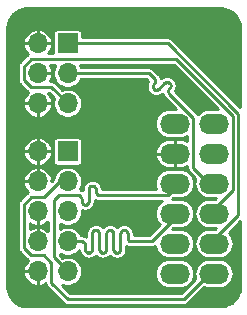
<source format=gbr>
%TF.GenerationSoftware,KiCad,Pcbnew,5.1.7-a382d34a8~88~ubuntu20.04.1*%
%TF.CreationDate,2021-01-30T07:14:25-08:00*%
%TF.ProjectId,nrf52dk-trace-pmod,6e726635-3264-46b2-9d74-726163652d70,rev?*%
%TF.SameCoordinates,Original*%
%TF.FileFunction,Copper,L1,Top*%
%TF.FilePolarity,Positive*%
%FSLAX46Y46*%
G04 Gerber Fmt 4.6, Leading zero omitted, Abs format (unit mm)*
G04 Created by KiCad (PCBNEW 5.1.7-a382d34a8~88~ubuntu20.04.1) date 2021-01-30 07:14:25*
%MOMM*%
%LPD*%
G01*
G04 APERTURE LIST*
%TA.AperFunction,ComponentPad*%
%ADD10O,1.700000X1.700000*%
%TD*%
%TA.AperFunction,ComponentPad*%
%ADD11R,1.700000X1.700000*%
%TD*%
%TA.AperFunction,ComponentPad*%
%ADD12O,2.540000X1.700000*%
%TD*%
%TA.AperFunction,ViaPad*%
%ADD13C,0.800000*%
%TD*%
%TA.AperFunction,Conductor*%
%ADD14C,0.250000*%
%TD*%
%TA.AperFunction,Conductor*%
%ADD15C,0.254000*%
%TD*%
%TA.AperFunction,Conductor*%
%ADD16C,0.100000*%
%TD*%
G04 APERTURE END LIST*
D10*
%TO.P,J3,6*%
%TO.N,GND*%
X119460000Y-88936000D03*
%TO.P,J3,5*%
%TO.N,/P0.19*%
X122000000Y-88936000D03*
%TO.P,J3,4*%
%TO.N,GND*%
X119460000Y-86396000D03*
%TO.P,J3,3*%
%TO.N,/P0.20*%
X122000000Y-86396000D03*
%TO.P,J3,2*%
%TO.N,GND*%
X119460000Y-83856000D03*
D11*
%TO.P,J3,1*%
%TO.N,/P0.21*%
X122000000Y-83856000D03*
%TD*%
D12*
%TO.P,J2,6*%
%TO.N,+3V3*%
X131060000Y-90650000D03*
%TO.P,J2,12*%
X134400000Y-90650000D03*
%TO.P,J2,5*%
%TO.N,GND*%
X131060000Y-93190000D03*
%TO.P,J2,11*%
X134400000Y-93190000D03*
%TO.P,J2,4*%
%TO.N,/P0.14*%
X131060000Y-95730000D03*
%TO.P,J2,10*%
%TO.N,/P0.20*%
X134400000Y-95730000D03*
%TO.P,J2,3*%
%TO.N,/P0.15*%
X131060000Y-98270000D03*
%TO.P,J2,9*%
%TO.N,/P0.19*%
X134400000Y-98270000D03*
%TO.P,J2,2*%
%TO.N,/P0.16*%
X131060000Y-100810000D03*
%TO.P,J2,8*%
%TO.N,/P0.21*%
X134400000Y-100810000D03*
%TO.P,J2,1*%
%TO.N,/P0.18*%
X131060000Y-103350000D03*
%TO.P,J2,7*%
%TO.N,/P0.17*%
X134400000Y-103350000D03*
%TD*%
D10*
%TO.P,J1,10*%
%TO.N,GND*%
X119460000Y-103160000D03*
%TO.P,J1,9*%
%TO.N,/P0.14*%
X122000000Y-103160000D03*
%TO.P,J1,8*%
%TO.N,GND*%
X119460000Y-100620000D03*
%TO.P,J1,7*%
%TO.N,/P0.15*%
X122000000Y-100620000D03*
%TO.P,J1,6*%
%TO.N,GND*%
X119460000Y-98080000D03*
%TO.P,J1,5*%
%TO.N,/P0.16*%
X122000000Y-98080000D03*
%TO.P,J1,4*%
%TO.N,GND*%
X119460000Y-95540000D03*
%TO.P,J1,3*%
%TO.N,/P0.17*%
X122000000Y-95540000D03*
%TO.P,J1,2*%
%TO.N,GND*%
X119460000Y-93000000D03*
D11*
%TO.P,J1,1*%
%TO.N,/P0.18*%
X122000000Y-93000000D03*
%TD*%
D13*
%TO.N,GND*%
X128300000Y-99600000D03*
X132300000Y-88100000D03*
%TD*%
D14*
%TO.N,/P0.14*%
X124618242Y-96707480D02*
X124684999Y-96715001D01*
X124497952Y-96649551D02*
X124554833Y-96685292D01*
X124319548Y-96020456D02*
X124355289Y-96077337D01*
X124450449Y-96602048D02*
X124497952Y-96649551D01*
X124392520Y-96481758D02*
X124414708Y-96545167D01*
X124272045Y-95972953D02*
X124319548Y-96020456D01*
X124414708Y-96545167D02*
X124450449Y-96602048D01*
X124384999Y-96415001D02*
X124392520Y-96481758D01*
X124215164Y-95937212D02*
X124272045Y-95972953D01*
X124084999Y-95907502D02*
X124151755Y-95915024D01*
X124384999Y-96207502D02*
X124384999Y-96415001D01*
X124151755Y-95915024D02*
X124215164Y-95937212D01*
X124018242Y-95915024D02*
X124084999Y-95907502D01*
X124377477Y-96140746D02*
X124384999Y-96207502D01*
X123954833Y-95937212D02*
X124018242Y-95915024D01*
X123850449Y-96020456D02*
X123897952Y-95972953D01*
X124355289Y-96077337D02*
X124377477Y-96140746D01*
X123897952Y-95972953D02*
X123954833Y-95937212D01*
X123814708Y-96077337D02*
X123850449Y-96020456D01*
X123015164Y-96744710D02*
X123072045Y-96780451D01*
X122951755Y-96722522D02*
X123015164Y-96744710D01*
X124684999Y-96715001D02*
X130474999Y-96715001D01*
X124554833Y-96685292D02*
X124618242Y-96707480D01*
X123615164Y-97492790D02*
X123672045Y-97457049D01*
X123072045Y-96780451D02*
X123119548Y-96827954D01*
X121234997Y-96715001D02*
X122884999Y-96715001D01*
X123297952Y-97457049D02*
X123354833Y-97492790D01*
X123418242Y-97514978D02*
X123484999Y-97522500D01*
X123672045Y-97457049D02*
X123719548Y-97409546D01*
X122884999Y-96715001D02*
X122951755Y-96722522D01*
X123119548Y-96827954D02*
X123155289Y-96884835D01*
X120824999Y-101984999D02*
X120824999Y-97124999D01*
X123155289Y-96884835D02*
X123177477Y-96948244D01*
X120824999Y-97124999D02*
X121234997Y-96715001D01*
X130474999Y-96715001D02*
X131460000Y-95730000D01*
X123484999Y-97522500D02*
X123551755Y-97514978D01*
X123354833Y-97492790D02*
X123418242Y-97514978D01*
X123184999Y-97222500D02*
X123192520Y-97289256D01*
X123784999Y-97222500D02*
X123784999Y-96207502D01*
X123755289Y-97352665D02*
X123777477Y-97289256D01*
X122000000Y-103160000D02*
X120824999Y-101984999D01*
X123719548Y-97409546D02*
X123755289Y-97352665D01*
X123214708Y-97352665D02*
X123250449Y-97409546D01*
X123177477Y-96948244D02*
X123184999Y-97015001D01*
X123192520Y-97289256D02*
X123214708Y-97352665D01*
X123250449Y-97409546D02*
X123297952Y-97457049D01*
X123184999Y-97015001D02*
X123184999Y-97222500D01*
X123551755Y-97514978D02*
X123615164Y-97492790D01*
X123777477Y-97289256D02*
X123784999Y-97222500D01*
X123784999Y-96207502D02*
X123792520Y-96140746D01*
X123792520Y-96140746D02*
X123814708Y-96077337D01*
%TO.N,/P0.15*%
X129253682Y-100476318D02*
X131460000Y-98270000D01*
X127313243Y-100612479D02*
X127380000Y-100620000D01*
X127109709Y-100450166D02*
X127145450Y-100507047D01*
X127080000Y-100320000D02*
X127087521Y-100386757D01*
X127080000Y-99955903D02*
X127080000Y-100320000D01*
X127072478Y-99889147D02*
X127080000Y-99955903D01*
X126713243Y-99663425D02*
X126780000Y-99655903D01*
X126545450Y-99768857D02*
X126592953Y-99721354D01*
X126480000Y-101284097D02*
X126480000Y-99955903D01*
X126472478Y-101350853D02*
X126480000Y-101284097D01*
X126450290Y-101414262D02*
X126472478Y-101350853D01*
X126414549Y-101471143D02*
X126450290Y-101414262D01*
X126367046Y-101518646D02*
X126414549Y-101471143D01*
X126180000Y-101584097D02*
X126246756Y-101576575D01*
X126113243Y-101576575D02*
X126180000Y-101584097D01*
X126509709Y-99825738D02*
X126545450Y-99768857D01*
X125887521Y-101350853D02*
X125909709Y-101414262D01*
X125872478Y-99889147D02*
X125880000Y-99955903D01*
X125850290Y-99825738D02*
X125872478Y-99889147D01*
X125814549Y-99768857D02*
X125850290Y-99825738D01*
X127380000Y-100620000D02*
X129110000Y-100620000D01*
X125767046Y-99721354D02*
X125814549Y-99768857D01*
X125710165Y-99685613D02*
X125767046Y-99721354D01*
X126480000Y-99955903D02*
X126487521Y-99889147D01*
X125646756Y-99663425D02*
X125710165Y-99685613D01*
X125580000Y-99655903D02*
X125646756Y-99663425D01*
X127050290Y-99825738D02*
X127072478Y-99889147D01*
X125513243Y-99663425D02*
X125580000Y-99655903D01*
X125449834Y-99685613D02*
X125513243Y-99663425D01*
X124109709Y-99825738D02*
X124145450Y-99768857D01*
X124080000Y-99955903D02*
X124087521Y-99889147D01*
X123367046Y-100685450D02*
X123414549Y-100732953D01*
X124080000Y-101284097D02*
X124080000Y-99955903D01*
X129110000Y-100620000D02*
X129253682Y-100476318D01*
X123910165Y-101554387D02*
X123967046Y-101518646D01*
X127249834Y-100590291D02*
X127313243Y-100612479D01*
X125309709Y-99825738D02*
X125345450Y-99768857D01*
X124145450Y-99768857D02*
X124192953Y-99721354D01*
X125992953Y-101518646D02*
X126049834Y-101554387D01*
X123414549Y-100732953D02*
X123450290Y-100789834D01*
X123967046Y-101518646D02*
X124014549Y-101471143D01*
X126910165Y-99685613D02*
X126967046Y-99721354D01*
X123846756Y-101576575D02*
X123910165Y-101554387D01*
X124980000Y-101584097D02*
X125046756Y-101576575D01*
X123592953Y-101518646D02*
X123649834Y-101554387D01*
X126246756Y-101576575D02*
X126310165Y-101554387D01*
X123509709Y-101414262D02*
X123545450Y-101471143D01*
X124913243Y-101576575D02*
X124980000Y-101584097D01*
X122000000Y-100620000D02*
X123180000Y-100620000D01*
X126487521Y-99889147D02*
X126509709Y-99825738D01*
X123480000Y-101284097D02*
X123487521Y-101350853D01*
X124650290Y-99825738D02*
X124672478Y-99889147D01*
X124050290Y-101414262D02*
X124072478Y-101350853D01*
X124192953Y-99721354D02*
X124249834Y-99685613D01*
X125167046Y-101518646D02*
X125214549Y-101471143D01*
X123649834Y-101554387D02*
X123713243Y-101576575D01*
X123780000Y-101584097D02*
X123846756Y-101576575D01*
X125392953Y-99721354D02*
X125449834Y-99685613D01*
X127087521Y-100386757D02*
X127109709Y-100450166D01*
X125880000Y-101284097D02*
X125887521Y-101350853D01*
X123180000Y-100620000D02*
X123246756Y-100627521D01*
X125945450Y-101471143D02*
X125992953Y-101518646D01*
X123713243Y-101576575D02*
X123780000Y-101584097D01*
X123480000Y-100920000D02*
X123480000Y-101284097D01*
X124072478Y-101350853D02*
X124080000Y-101284097D01*
X125250290Y-101414262D02*
X125272478Y-101350853D01*
X127014549Y-99768857D02*
X127050290Y-99825738D01*
X123246756Y-100627521D02*
X123310165Y-100649709D01*
X124510165Y-99685613D02*
X124567046Y-99721354D01*
X124087521Y-99889147D02*
X124109709Y-99825738D01*
X124672478Y-99889147D02*
X124680000Y-99955903D01*
X125909709Y-101414262D02*
X125945450Y-101471143D01*
X124313243Y-99663425D02*
X124380000Y-99655903D01*
X123472478Y-100853243D02*
X123480000Y-100920000D01*
X126780000Y-99655903D02*
X126846756Y-99663425D01*
X123450290Y-100789834D02*
X123472478Y-100853243D01*
X125280000Y-99955903D02*
X125287521Y-99889147D01*
X125880000Y-99955903D02*
X125880000Y-101284097D01*
X123545450Y-101471143D02*
X123592953Y-101518646D01*
X124249834Y-99685613D02*
X124313243Y-99663425D01*
X126049834Y-101554387D02*
X126113243Y-101576575D01*
X124380000Y-99655903D02*
X124446756Y-99663425D01*
X125280000Y-101284097D02*
X125280000Y-99955903D01*
X124014549Y-101471143D02*
X124050290Y-101414262D01*
X123487521Y-101350853D02*
X123509709Y-101414262D01*
X124446756Y-99663425D02*
X124510165Y-99685613D01*
X127145450Y-100507047D02*
X127192953Y-100554550D01*
X124567046Y-99721354D02*
X124614549Y-99768857D01*
X126592953Y-99721354D02*
X126649834Y-99685613D01*
X126310165Y-101554387D02*
X126367046Y-101518646D01*
X123310165Y-100649709D02*
X123367046Y-100685450D01*
X124614549Y-99768857D02*
X124650290Y-99825738D01*
X126649834Y-99685613D02*
X126713243Y-99663425D01*
X125345450Y-99768857D02*
X125392953Y-99721354D01*
X124680000Y-99955903D02*
X124680000Y-101284097D01*
X124680000Y-101284097D02*
X124687521Y-101350853D01*
X124687521Y-101350853D02*
X124709709Y-101414262D01*
X124709709Y-101414262D02*
X124745450Y-101471143D01*
X124745450Y-101471143D02*
X124792953Y-101518646D01*
X124792953Y-101518646D02*
X124849834Y-101554387D01*
X126846756Y-99663425D02*
X126910165Y-99685613D01*
X124849834Y-101554387D02*
X124913243Y-101576575D01*
X125046756Y-101576575D02*
X125110165Y-101554387D01*
X125110165Y-101554387D02*
X125167046Y-101518646D01*
X125214549Y-101471143D02*
X125250290Y-101414262D01*
X126967046Y-99721354D02*
X127014549Y-99768857D01*
X125272478Y-101350853D02*
X125280000Y-101284097D01*
X127192953Y-100554550D02*
X127249834Y-100590291D01*
X125287521Y-99889147D02*
X125309709Y-99825738D01*
%TO.N,/P0.17*%
X121389000Y-95540000D02*
X122000000Y-95540000D01*
X118895999Y-96904999D02*
X120024001Y-96904999D01*
X118284999Y-97515999D02*
X118895999Y-96904999D01*
X118895999Y-101795001D02*
X118284999Y-101184001D01*
X119998590Y-101795001D02*
X118895999Y-101795001D01*
X120635001Y-102431412D02*
X119998590Y-101795001D01*
X120635001Y-104135001D02*
X120635001Y-102431412D01*
X122000000Y-105500000D02*
X120635001Y-104135001D01*
X131850000Y-105500000D02*
X122000000Y-105500000D01*
X134000000Y-103350000D02*
X131850000Y-105500000D01*
X118284999Y-101184001D02*
X118284999Y-97515999D01*
X120024001Y-96904999D02*
X121389000Y-95540000D01*
%TO.N,/P0.20*%
X128887715Y-86396000D02*
X128343093Y-86396000D01*
X128343093Y-86396000D02*
X122000000Y-86396000D01*
X129364948Y-86883870D02*
X129323063Y-86831347D01*
X129394096Y-86944396D02*
X129364948Y-86883870D01*
X129409044Y-87009890D02*
X129394096Y-86944396D01*
X129409043Y-87077068D02*
X129409044Y-87009890D01*
X129394095Y-87142562D02*
X129409043Y-87077068D01*
X129364947Y-87203088D02*
X129394095Y-87142562D01*
X129241362Y-87347950D02*
X129283247Y-87295426D01*
X129197266Y-87473970D02*
X129212214Y-87408475D01*
X129212215Y-87606643D02*
X129197265Y-87541148D01*
X129283247Y-87295426D02*
X129323063Y-87255611D01*
X129241361Y-87667168D02*
X129212215Y-87606643D01*
X129283248Y-87719692D02*
X129241361Y-87667168D01*
X129461791Y-87805673D02*
X129396297Y-87790725D01*
X129528969Y-87805672D02*
X129461791Y-87805673D01*
X130635672Y-87640061D02*
X130677557Y-87587539D01*
X130524824Y-87792926D02*
X130553971Y-87732400D01*
X129323063Y-86831347D02*
X128887715Y-86396000D01*
X130553971Y-88051619D02*
X130524824Y-87991093D01*
X130522623Y-87144764D02*
X130457129Y-87129815D01*
X129212214Y-87408475D02*
X129241362Y-87347950D01*
X129335771Y-87761577D02*
X129283248Y-87719692D01*
X130595857Y-87679877D02*
X130635672Y-87640061D01*
X129323063Y-87255611D02*
X129364947Y-87203088D01*
X130211407Y-87215797D02*
X130171591Y-87255612D01*
X130677557Y-87587539D02*
X130706705Y-87527013D01*
X129594463Y-87790724D02*
X129528969Y-87805672D01*
X130509875Y-87858420D02*
X130524824Y-87792926D01*
X132655010Y-90163295D02*
X130595857Y-88104142D01*
X130553971Y-87732400D02*
X130595857Y-87679877D01*
X129707512Y-87719692D02*
X129654989Y-87761576D01*
X132655010Y-94385010D02*
X132655010Y-90163295D01*
X134000000Y-95730000D02*
X132655010Y-94385010D01*
X130721653Y-87394340D02*
X130706705Y-87328846D01*
X130706705Y-87527013D02*
X130721653Y-87461519D01*
X130583149Y-87173911D02*
X130522623Y-87144764D01*
X130677557Y-87268320D02*
X130635672Y-87215797D01*
X130721653Y-87461519D02*
X130721653Y-87394340D01*
X130171591Y-87255612D02*
X129707512Y-87719692D01*
X130706705Y-87328846D02*
X130677557Y-87268320D01*
X130324456Y-87144764D02*
X130263930Y-87173911D01*
X130263930Y-87173911D02*
X130211407Y-87215797D01*
X130389950Y-87129815D02*
X130324456Y-87144764D01*
X129197265Y-87541148D02*
X129197266Y-87473970D01*
X130524824Y-87991093D02*
X130509875Y-87925599D01*
X130509875Y-87925599D02*
X130509875Y-87858420D01*
X130635672Y-87215797D02*
X130583149Y-87173911D01*
X130595857Y-88104142D02*
X130553971Y-88051619D01*
X130457129Y-87129815D02*
X130389950Y-87129815D01*
X129396297Y-87790725D02*
X129335771Y-87761577D01*
X129654989Y-87761576D02*
X129594463Y-87790724D01*
%TO.N,/P0.19*%
X135995010Y-96274990D02*
X135995010Y-89995010D01*
X134000000Y-98270000D02*
X135995010Y-96274990D01*
X120635001Y-87571001D02*
X122000000Y-88936000D01*
X118895999Y-87571001D02*
X120635001Y-87571001D01*
X118284999Y-86960001D02*
X118895999Y-87571001D01*
X118284999Y-85831999D02*
X118284999Y-86960001D01*
X118895999Y-85220999D02*
X118284999Y-85831999D01*
X131220999Y-85220999D02*
X118895999Y-85220999D01*
X135995010Y-89995010D02*
X131220999Y-85220999D01*
%TO.N,/P0.21*%
X134000000Y-100810000D02*
X136445021Y-98364979D01*
X136445021Y-98364979D02*
X136445021Y-89808610D01*
X136445021Y-89808610D02*
X130492411Y-83856000D01*
X130492411Y-83856000D02*
X122000000Y-83856000D01*
%TD*%
D15*
%TO.N,GND*%
X135309229Y-80938267D02*
X135606688Y-81028075D01*
X135881028Y-81173945D01*
X136121813Y-81370325D01*
X136319873Y-81609736D01*
X136467654Y-81883053D01*
X136559535Y-82179872D01*
X136594001Y-82507792D01*
X136594001Y-89241998D01*
X130867787Y-83515785D01*
X130851938Y-83496473D01*
X130774890Y-83433241D01*
X130686986Y-83386255D01*
X130591604Y-83357322D01*
X130517265Y-83350000D01*
X130517257Y-83350000D01*
X130492411Y-83347553D01*
X130467565Y-83350000D01*
X123232843Y-83350000D01*
X123232843Y-83006000D01*
X123225487Y-82931311D01*
X123203701Y-82859492D01*
X123168322Y-82793304D01*
X123120711Y-82735289D01*
X123062696Y-82687678D01*
X122996508Y-82652299D01*
X122924689Y-82630513D01*
X122850000Y-82623157D01*
X121150000Y-82623157D01*
X121075311Y-82630513D01*
X121003492Y-82652299D01*
X120937304Y-82687678D01*
X120879289Y-82735289D01*
X120831678Y-82793304D01*
X120796299Y-82859492D01*
X120774513Y-82931311D01*
X120767157Y-83006000D01*
X120767157Y-84706000D01*
X120768043Y-84714999D01*
X120335582Y-84714999D01*
X120456194Y-84579159D01*
X120578134Y-84370916D01*
X120657104Y-84142885D01*
X120675766Y-84049065D01*
X120595750Y-83856500D01*
X119460500Y-83856500D01*
X119460500Y-83876500D01*
X119459500Y-83876500D01*
X119459500Y-83856500D01*
X118324250Y-83856500D01*
X118244234Y-84049065D01*
X118262896Y-84142885D01*
X118341866Y-84370916D01*
X118463806Y-84579159D01*
X118624029Y-84759611D01*
X118649577Y-84778967D01*
X118613520Y-84798240D01*
X118536472Y-84861472D01*
X118520627Y-84880779D01*
X117944784Y-85456623D01*
X117925472Y-85472472D01*
X117862240Y-85549520D01*
X117815254Y-85637425D01*
X117786321Y-85732807D01*
X117778999Y-85807146D01*
X117778999Y-85807153D01*
X117776552Y-85831999D01*
X117778999Y-85856846D01*
X117779000Y-86935145D01*
X117776552Y-86960001D01*
X117786321Y-87059193D01*
X117815254Y-87154575D01*
X117837097Y-87195440D01*
X117862241Y-87242480D01*
X117925473Y-87319528D01*
X117944779Y-87335372D01*
X118520627Y-87911221D01*
X118536472Y-87930528D01*
X118613520Y-87993760D01*
X118649577Y-88013033D01*
X118624029Y-88032389D01*
X118463806Y-88212841D01*
X118341866Y-88421084D01*
X118262896Y-88649115D01*
X118244234Y-88742935D01*
X118324250Y-88935500D01*
X119459500Y-88935500D01*
X119459500Y-88915500D01*
X119460500Y-88915500D01*
X119460500Y-88935500D01*
X120595750Y-88935500D01*
X120675766Y-88742935D01*
X120657104Y-88649115D01*
X120578134Y-88421084D01*
X120456194Y-88212841D01*
X120335582Y-88077001D01*
X120425410Y-88077001D01*
X120848242Y-88499833D01*
X120816307Y-88576931D01*
X120769000Y-88814757D01*
X120769000Y-89057243D01*
X120816307Y-89295069D01*
X120909102Y-89519097D01*
X121043820Y-89720717D01*
X121215283Y-89892180D01*
X121416903Y-90026898D01*
X121640931Y-90119693D01*
X121878757Y-90167000D01*
X122121243Y-90167000D01*
X122359069Y-90119693D01*
X122583097Y-90026898D01*
X122784717Y-89892180D01*
X122956180Y-89720717D01*
X123090898Y-89519097D01*
X123183693Y-89295069D01*
X123231000Y-89057243D01*
X123231000Y-88814757D01*
X123183693Y-88576931D01*
X123090898Y-88352903D01*
X122956180Y-88151283D01*
X122784717Y-87979820D01*
X122583097Y-87845102D01*
X122359069Y-87752307D01*
X122121243Y-87705000D01*
X121878757Y-87705000D01*
X121640931Y-87752307D01*
X121563833Y-87784242D01*
X121010377Y-87230786D01*
X120994528Y-87211474D01*
X120917480Y-87148242D01*
X120829576Y-87101256D01*
X120734194Y-87072323D01*
X120659855Y-87065001D01*
X120659847Y-87065001D01*
X120635001Y-87062554D01*
X120610155Y-87065001D01*
X120487907Y-87065001D01*
X120578134Y-86910916D01*
X120657104Y-86682885D01*
X120675766Y-86589065D01*
X120595750Y-86396500D01*
X119460500Y-86396500D01*
X119460500Y-86416500D01*
X119459500Y-86416500D01*
X119459500Y-86396500D01*
X119439500Y-86396500D01*
X119439500Y-86395500D01*
X119459500Y-86395500D01*
X119459500Y-86375500D01*
X119460500Y-86375500D01*
X119460500Y-86395500D01*
X120595750Y-86395500D01*
X120675766Y-86202935D01*
X120657104Y-86109115D01*
X120578134Y-85881084D01*
X120487907Y-85726999D01*
X120966501Y-85726999D01*
X120909102Y-85812903D01*
X120816307Y-86036931D01*
X120769000Y-86274757D01*
X120769000Y-86517243D01*
X120816307Y-86755069D01*
X120909102Y-86979097D01*
X121043820Y-87180717D01*
X121215283Y-87352180D01*
X121416903Y-87486898D01*
X121640931Y-87579693D01*
X121878757Y-87627000D01*
X122121243Y-87627000D01*
X122359069Y-87579693D01*
X122583097Y-87486898D01*
X122784717Y-87352180D01*
X122956180Y-87180717D01*
X123090898Y-86979097D01*
X123122832Y-86902000D01*
X128678123Y-86902000D01*
X128828760Y-87052636D01*
X128812881Y-87078711D01*
X128789630Y-87114590D01*
X128777773Y-87144391D01*
X128764020Y-87172949D01*
X128748109Y-87200809D01*
X128734565Y-87241333D01*
X128719884Y-87281472D01*
X128714952Y-87313180D01*
X128707901Y-87344077D01*
X128698590Y-87374770D01*
X128694400Y-87417304D01*
X128689019Y-87459716D01*
X128691266Y-87491709D01*
X128691266Y-87523408D01*
X128689018Y-87555417D01*
X128694398Y-87597807D01*
X128698586Y-87640333D01*
X128707900Y-87671040D01*
X128714954Y-87701942D01*
X128719882Y-87733632D01*
X128734565Y-87773781D01*
X128748117Y-87814323D01*
X128764023Y-87842173D01*
X128777770Y-87870719D01*
X128789635Y-87900539D01*
X128812886Y-87936416D01*
X128835101Y-87972898D01*
X128856813Y-87996520D01*
X128876579Y-88021305D01*
X128894778Y-88047731D01*
X128925428Y-88077532D01*
X128955214Y-88108166D01*
X128981636Y-88126362D01*
X129006413Y-88146121D01*
X129030032Y-88167831D01*
X129066549Y-88190068D01*
X129102407Y-88213306D01*
X129132212Y-88225165D01*
X129160767Y-88238916D01*
X129188629Y-88254829D01*
X129229170Y-88268380D01*
X129269298Y-88283056D01*
X129301002Y-88287987D01*
X129331904Y-88295039D01*
X129362606Y-88304352D01*
X129405148Y-88308542D01*
X129447534Y-88313920D01*
X129479534Y-88311672D01*
X129511232Y-88311672D01*
X129543225Y-88313919D01*
X129585624Y-88308539D01*
X129628169Y-88304348D01*
X129658865Y-88295036D01*
X129689759Y-88287986D01*
X129721462Y-88283055D01*
X129761590Y-88268379D01*
X129802131Y-88254828D01*
X129829997Y-88238913D01*
X129858545Y-88225165D01*
X129888348Y-88213308D01*
X129924215Y-88190065D01*
X129960728Y-88167830D01*
X129984345Y-88146122D01*
X129986830Y-88144140D01*
X129989991Y-88142450D01*
X130025771Y-88113087D01*
X130031059Y-88108870D01*
X130032492Y-88118086D01*
X130047171Y-88158225D01*
X130060723Y-88198767D01*
X130076628Y-88226615D01*
X130090381Y-88255174D01*
X130102244Y-88284989D01*
X130125486Y-88320851D01*
X130147713Y-88357352D01*
X130169424Y-88380972D01*
X130171414Y-88383467D01*
X130173099Y-88386620D01*
X130202421Y-88422349D01*
X130215748Y-88439061D01*
X130218234Y-88441617D01*
X130220487Y-88444363D01*
X130235558Y-88459434D01*
X130267823Y-88492616D01*
X130270768Y-88494644D01*
X131195124Y-89419000D01*
X130579528Y-89419000D01*
X130398682Y-89436812D01*
X130166637Y-89507202D01*
X129952784Y-89621509D01*
X129765340Y-89775340D01*
X129611509Y-89962784D01*
X129497202Y-90176637D01*
X129426812Y-90408682D01*
X129403044Y-90650000D01*
X129426812Y-90891318D01*
X129497202Y-91123363D01*
X129611509Y-91337216D01*
X129765340Y-91524660D01*
X129952784Y-91678491D01*
X130166637Y-91792798D01*
X130398682Y-91863188D01*
X130579528Y-91881000D01*
X131540472Y-91881000D01*
X131721318Y-91863188D01*
X131953363Y-91792798D01*
X132149011Y-91688222D01*
X132149011Y-92158546D01*
X131951546Y-92052896D01*
X131720647Y-91982751D01*
X131480500Y-91959000D01*
X131060500Y-91959000D01*
X131060500Y-93189500D01*
X131080500Y-93189500D01*
X131080500Y-93190500D01*
X131060500Y-93190500D01*
X131060500Y-94421000D01*
X131480500Y-94421000D01*
X131720647Y-94397249D01*
X131951546Y-94327104D01*
X132149010Y-94221454D01*
X132149010Y-94360164D01*
X132146563Y-94385010D01*
X132149010Y-94409856D01*
X132149010Y-94409863D01*
X132156332Y-94484202D01*
X132185265Y-94579584D01*
X132232251Y-94667489D01*
X132295483Y-94744537D01*
X132314795Y-94760386D01*
X132831114Y-95276706D01*
X132766812Y-95488682D01*
X132743044Y-95730000D01*
X132766812Y-95971318D01*
X132837202Y-96203363D01*
X132951509Y-96417216D01*
X133105340Y-96604660D01*
X133292784Y-96758491D01*
X133506637Y-96872798D01*
X133738682Y-96943188D01*
X133919528Y-96961000D01*
X134593409Y-96961000D01*
X134515409Y-97039000D01*
X133919528Y-97039000D01*
X133738682Y-97056812D01*
X133506637Y-97127202D01*
X133292784Y-97241509D01*
X133105340Y-97395340D01*
X132951509Y-97582784D01*
X132837202Y-97796637D01*
X132766812Y-98028682D01*
X132743044Y-98270000D01*
X132766812Y-98511318D01*
X132837202Y-98743363D01*
X132951509Y-98957216D01*
X133105340Y-99144660D01*
X133292784Y-99298491D01*
X133506637Y-99412798D01*
X133738682Y-99483188D01*
X133919528Y-99501000D01*
X134593409Y-99501000D01*
X134515409Y-99579000D01*
X133919528Y-99579000D01*
X133738682Y-99596812D01*
X133506637Y-99667202D01*
X133292784Y-99781509D01*
X133105340Y-99935340D01*
X132951509Y-100122784D01*
X132837202Y-100336637D01*
X132766812Y-100568682D01*
X132743044Y-100810000D01*
X132766812Y-101051318D01*
X132837202Y-101283363D01*
X132951509Y-101497216D01*
X133105340Y-101684660D01*
X133292784Y-101838491D01*
X133506637Y-101952798D01*
X133738682Y-102023188D01*
X133919528Y-102041000D01*
X134880472Y-102041000D01*
X135061318Y-102023188D01*
X135293363Y-101952798D01*
X135507216Y-101838491D01*
X135694660Y-101684660D01*
X135848491Y-101497216D01*
X135962798Y-101283363D01*
X136033188Y-101051318D01*
X136056956Y-100810000D01*
X136033188Y-100568682D01*
X135962798Y-100336637D01*
X135848491Y-100122784D01*
X135694660Y-99935340D01*
X135637314Y-99888277D01*
X136594000Y-98931592D01*
X136594000Y-104480146D01*
X136561733Y-104809230D01*
X136471926Y-105106684D01*
X136326056Y-105381025D01*
X136129675Y-105621813D01*
X135890265Y-105819871D01*
X135616948Y-105967654D01*
X135320128Y-106059535D01*
X134992218Y-106094000D01*
X118519854Y-106094000D01*
X118190770Y-106061733D01*
X117893316Y-105971926D01*
X117618975Y-105826056D01*
X117378187Y-105629675D01*
X117180129Y-105390265D01*
X117032346Y-105116948D01*
X116940465Y-104820128D01*
X116906000Y-104492218D01*
X116906000Y-103353065D01*
X118244234Y-103353065D01*
X118262896Y-103446885D01*
X118341866Y-103674916D01*
X118463806Y-103883159D01*
X118624029Y-104063611D01*
X118816378Y-104209338D01*
X119033461Y-104314740D01*
X119266935Y-104375766D01*
X119459500Y-104295750D01*
X119459500Y-103160500D01*
X118324250Y-103160500D01*
X118244234Y-103353065D01*
X116906000Y-103353065D01*
X116906000Y-97515999D01*
X117776552Y-97515999D01*
X117779000Y-97540855D01*
X117778999Y-101159155D01*
X117776552Y-101184001D01*
X117778999Y-101208847D01*
X117778999Y-101208854D01*
X117786321Y-101283193D01*
X117815254Y-101378575D01*
X117862240Y-101466480D01*
X117925472Y-101543528D01*
X117944784Y-101559377D01*
X118520627Y-102135221D01*
X118536472Y-102154528D01*
X118613520Y-102217760D01*
X118649577Y-102237033D01*
X118624029Y-102256389D01*
X118463806Y-102436841D01*
X118341866Y-102645084D01*
X118262896Y-102873115D01*
X118244234Y-102966935D01*
X118324250Y-103159500D01*
X119459500Y-103159500D01*
X119459500Y-103139500D01*
X119460500Y-103139500D01*
X119460500Y-103159500D01*
X119480500Y-103159500D01*
X119480500Y-103160500D01*
X119460500Y-103160500D01*
X119460500Y-104295750D01*
X119653065Y-104375766D01*
X119886539Y-104314740D01*
X120103622Y-104209338D01*
X120131774Y-104188009D01*
X120136323Y-104234193D01*
X120165256Y-104329575D01*
X120212242Y-104417480D01*
X120275474Y-104494528D01*
X120294786Y-104510377D01*
X121624628Y-105840220D01*
X121640473Y-105859527D01*
X121717521Y-105922759D01*
X121801167Y-105967469D01*
X121805425Y-105969745D01*
X121900806Y-105998678D01*
X121910694Y-105999652D01*
X121975146Y-106006000D01*
X121975153Y-106006000D01*
X121999999Y-106008447D01*
X122024845Y-106006000D01*
X131825154Y-106006000D01*
X131850000Y-106008447D01*
X131874846Y-106006000D01*
X131874854Y-106006000D01*
X131949193Y-105998678D01*
X132044575Y-105969745D01*
X132132479Y-105922759D01*
X132209527Y-105859527D01*
X132225376Y-105840215D01*
X133557396Y-104508196D01*
X133738682Y-104563188D01*
X133919528Y-104581000D01*
X134880472Y-104581000D01*
X135061318Y-104563188D01*
X135293363Y-104492798D01*
X135507216Y-104378491D01*
X135694660Y-104224660D01*
X135848491Y-104037216D01*
X135962798Y-103823363D01*
X136033188Y-103591318D01*
X136056956Y-103350000D01*
X136033188Y-103108682D01*
X135962798Y-102876637D01*
X135848491Y-102662784D01*
X135694660Y-102475340D01*
X135507216Y-102321509D01*
X135293363Y-102207202D01*
X135061318Y-102136812D01*
X134880472Y-102119000D01*
X133919528Y-102119000D01*
X133738682Y-102136812D01*
X133506637Y-102207202D01*
X133292784Y-102321509D01*
X133105340Y-102475340D01*
X132951509Y-102662784D01*
X132837202Y-102876637D01*
X132766812Y-103108682D01*
X132743044Y-103350000D01*
X132766812Y-103591318D01*
X132831114Y-103803294D01*
X131640409Y-104994000D01*
X122209592Y-104994000D01*
X121501552Y-104285961D01*
X121640931Y-104343693D01*
X121878757Y-104391000D01*
X122121243Y-104391000D01*
X122359069Y-104343693D01*
X122583097Y-104250898D01*
X122784717Y-104116180D01*
X122956180Y-103944717D01*
X123090898Y-103743097D01*
X123183693Y-103519069D01*
X123217323Y-103350000D01*
X129403044Y-103350000D01*
X129426812Y-103591318D01*
X129497202Y-103823363D01*
X129611509Y-104037216D01*
X129765340Y-104224660D01*
X129952784Y-104378491D01*
X130166637Y-104492798D01*
X130398682Y-104563188D01*
X130579528Y-104581000D01*
X131540472Y-104581000D01*
X131721318Y-104563188D01*
X131953363Y-104492798D01*
X132167216Y-104378491D01*
X132354660Y-104224660D01*
X132508491Y-104037216D01*
X132622798Y-103823363D01*
X132693188Y-103591318D01*
X132716956Y-103350000D01*
X132693188Y-103108682D01*
X132622798Y-102876637D01*
X132508491Y-102662784D01*
X132354660Y-102475340D01*
X132167216Y-102321509D01*
X131953363Y-102207202D01*
X131721318Y-102136812D01*
X131540472Y-102119000D01*
X130579528Y-102119000D01*
X130398682Y-102136812D01*
X130166637Y-102207202D01*
X129952784Y-102321509D01*
X129765340Y-102475340D01*
X129611509Y-102662784D01*
X129497202Y-102876637D01*
X129426812Y-103108682D01*
X129403044Y-103350000D01*
X123217323Y-103350000D01*
X123231000Y-103281243D01*
X123231000Y-103038757D01*
X123183693Y-102800931D01*
X123090898Y-102576903D01*
X122956180Y-102375283D01*
X122784717Y-102203820D01*
X122583097Y-102069102D01*
X122359069Y-101976307D01*
X122121243Y-101929000D01*
X121878757Y-101929000D01*
X121640931Y-101976307D01*
X121563833Y-102008242D01*
X121330999Y-101775408D01*
X121330999Y-101653499D01*
X121416903Y-101710898D01*
X121640931Y-101803693D01*
X121878757Y-101851000D01*
X122121243Y-101851000D01*
X122359069Y-101803693D01*
X122583097Y-101710898D01*
X122784717Y-101576180D01*
X122956180Y-101404717D01*
X122979931Y-101369171D01*
X122981322Y-101383290D01*
X122982360Y-101386713D01*
X122982717Y-101389881D01*
X122984067Y-101421930D01*
X122994159Y-101463455D01*
X123003084Y-101505251D01*
X123015774Y-101534715D01*
X123026247Y-101564642D01*
X123034694Y-101595587D01*
X123053771Y-101633820D01*
X123071778Y-101672593D01*
X123090709Y-101698496D01*
X123107570Y-101725331D01*
X123122692Y-101753621D01*
X123149798Y-101786650D01*
X123175983Y-101820446D01*
X123200201Y-101841485D01*
X123222611Y-101863895D01*
X123243650Y-101888113D01*
X123277446Y-101914298D01*
X123310475Y-101941404D01*
X123338761Y-101956523D01*
X123365605Y-101973390D01*
X123391504Y-101992318D01*
X123430270Y-102010322D01*
X123468509Y-102029402D01*
X123499454Y-102037849D01*
X123529378Y-102048321D01*
X123558838Y-102061010D01*
X123600625Y-102069933D01*
X123642166Y-102080030D01*
X123674223Y-102081380D01*
X123705716Y-102084928D01*
X123737268Y-102090745D01*
X123780000Y-102090145D01*
X123822732Y-102090745D01*
X123854285Y-102084928D01*
X123885787Y-102081379D01*
X123917833Y-102080029D01*
X123959356Y-102069938D01*
X124001161Y-102061010D01*
X124030621Y-102048321D01*
X124060545Y-102037849D01*
X124091490Y-102029402D01*
X124129723Y-102010325D01*
X124168496Y-101992318D01*
X124194399Y-101973387D01*
X124221234Y-101956526D01*
X124249524Y-101941404D01*
X124282553Y-101914298D01*
X124316349Y-101888113D01*
X124337388Y-101863895D01*
X124359798Y-101841485D01*
X124380000Y-101823935D01*
X124400201Y-101841485D01*
X124422611Y-101863895D01*
X124443650Y-101888113D01*
X124477446Y-101914298D01*
X124510475Y-101941404D01*
X124538761Y-101956523D01*
X124565605Y-101973390D01*
X124591504Y-101992318D01*
X124630270Y-102010322D01*
X124668509Y-102029402D01*
X124699454Y-102037849D01*
X124729378Y-102048321D01*
X124758838Y-102061010D01*
X124800625Y-102069933D01*
X124842166Y-102080030D01*
X124874223Y-102081380D01*
X124905716Y-102084928D01*
X124937268Y-102090745D01*
X124980000Y-102090145D01*
X125022732Y-102090745D01*
X125054285Y-102084928D01*
X125085787Y-102081379D01*
X125117833Y-102080029D01*
X125159356Y-102069938D01*
X125201161Y-102061010D01*
X125230621Y-102048321D01*
X125260545Y-102037849D01*
X125291490Y-102029402D01*
X125329723Y-102010325D01*
X125368496Y-101992318D01*
X125394399Y-101973387D01*
X125421234Y-101956526D01*
X125449524Y-101941404D01*
X125482553Y-101914298D01*
X125516349Y-101888113D01*
X125537388Y-101863895D01*
X125559798Y-101841485D01*
X125580000Y-101823935D01*
X125600201Y-101841485D01*
X125622611Y-101863895D01*
X125643650Y-101888113D01*
X125677446Y-101914298D01*
X125710475Y-101941404D01*
X125738761Y-101956523D01*
X125765605Y-101973390D01*
X125791504Y-101992318D01*
X125830270Y-102010322D01*
X125868509Y-102029402D01*
X125899454Y-102037849D01*
X125929378Y-102048321D01*
X125958838Y-102061010D01*
X126000625Y-102069933D01*
X126042166Y-102080030D01*
X126074223Y-102081380D01*
X126105716Y-102084928D01*
X126137268Y-102090745D01*
X126180000Y-102090145D01*
X126222732Y-102090745D01*
X126254285Y-102084928D01*
X126285787Y-102081379D01*
X126317833Y-102080029D01*
X126359356Y-102069938D01*
X126401161Y-102061010D01*
X126430621Y-102048321D01*
X126460545Y-102037849D01*
X126491490Y-102029402D01*
X126529723Y-102010325D01*
X126568496Y-101992318D01*
X126594399Y-101973387D01*
X126621234Y-101956526D01*
X126649524Y-101941404D01*
X126682553Y-101914298D01*
X126716349Y-101888113D01*
X126737388Y-101863895D01*
X126759798Y-101841485D01*
X126784016Y-101820446D01*
X126810201Y-101786650D01*
X126837307Y-101753621D01*
X126852426Y-101725335D01*
X126869293Y-101698491D01*
X126888221Y-101672592D01*
X126906225Y-101633826D01*
X126925305Y-101595587D01*
X126933752Y-101564642D01*
X126944222Y-101534721D01*
X126956913Y-101505259D01*
X126965838Y-101463464D01*
X126975933Y-101421930D01*
X126977283Y-101389875D01*
X126977639Y-101386717D01*
X126978678Y-101383290D01*
X126983217Y-101337209D01*
X126985600Y-101316057D01*
X126985650Y-101312506D01*
X126986000Y-101308951D01*
X126986000Y-101287549D01*
X126986648Y-101241366D01*
X126986000Y-101237851D01*
X126986000Y-101024200D01*
X126991504Y-101028222D01*
X127030270Y-101046226D01*
X127068509Y-101065306D01*
X127099454Y-101073753D01*
X127129383Y-101084226D01*
X127158845Y-101096916D01*
X127200622Y-101105837D01*
X127242166Y-101115934D01*
X127274225Y-101117284D01*
X127277384Y-101117640D01*
X127280807Y-101118678D01*
X127326867Y-101123215D01*
X127348048Y-101125601D01*
X127351601Y-101125651D01*
X127355146Y-101126000D01*
X127376512Y-101126000D01*
X127422740Y-101126648D01*
X127426255Y-101126000D01*
X129085154Y-101126000D01*
X129110000Y-101128447D01*
X129134846Y-101126000D01*
X129134854Y-101126000D01*
X129209193Y-101118678D01*
X129304575Y-101089745D01*
X129392479Y-101042759D01*
X129423464Y-101017330D01*
X129426812Y-101051318D01*
X129497202Y-101283363D01*
X129611509Y-101497216D01*
X129765340Y-101684660D01*
X129952784Y-101838491D01*
X130166637Y-101952798D01*
X130398682Y-102023188D01*
X130579528Y-102041000D01*
X131540472Y-102041000D01*
X131721318Y-102023188D01*
X131953363Y-101952798D01*
X132167216Y-101838491D01*
X132354660Y-101684660D01*
X132508491Y-101497216D01*
X132622798Y-101283363D01*
X132693188Y-101051318D01*
X132716956Y-100810000D01*
X132693188Y-100568682D01*
X132622798Y-100336637D01*
X132508491Y-100122784D01*
X132354660Y-99935340D01*
X132167216Y-99781509D01*
X131953363Y-99667202D01*
X131721318Y-99596812D01*
X131540472Y-99579000D01*
X130866592Y-99579000D01*
X130944592Y-99501000D01*
X131540472Y-99501000D01*
X131721318Y-99483188D01*
X131953363Y-99412798D01*
X132167216Y-99298491D01*
X132354660Y-99144660D01*
X132508491Y-98957216D01*
X132622798Y-98743363D01*
X132693188Y-98511318D01*
X132716956Y-98270000D01*
X132693188Y-98028682D01*
X132622798Y-97796637D01*
X132508491Y-97582784D01*
X132354660Y-97395340D01*
X132167216Y-97241509D01*
X131953363Y-97127202D01*
X131721318Y-97056812D01*
X131540472Y-97039000D01*
X130866591Y-97039000D01*
X130944591Y-96961000D01*
X131540472Y-96961000D01*
X131721318Y-96943188D01*
X131953363Y-96872798D01*
X132167216Y-96758491D01*
X132354660Y-96604660D01*
X132508491Y-96417216D01*
X132622798Y-96203363D01*
X132693188Y-95971318D01*
X132716956Y-95730000D01*
X132693188Y-95488682D01*
X132622798Y-95256637D01*
X132508491Y-95042784D01*
X132354660Y-94855340D01*
X132167216Y-94701509D01*
X131953363Y-94587202D01*
X131721318Y-94516812D01*
X131540472Y-94499000D01*
X130579528Y-94499000D01*
X130398682Y-94516812D01*
X130166637Y-94587202D01*
X129952784Y-94701509D01*
X129765340Y-94855340D01*
X129611509Y-95042784D01*
X129497202Y-95256637D01*
X129426812Y-95488682D01*
X129403044Y-95730000D01*
X129426812Y-95971318D01*
X129497202Y-96203363D01*
X129500216Y-96209001D01*
X124891068Y-96209001D01*
X124890999Y-96204050D01*
X124890999Y-96182648D01*
X124890649Y-96179093D01*
X124890599Y-96175542D01*
X124888216Y-96154390D01*
X124883677Y-96108309D01*
X124882638Y-96104882D01*
X124882282Y-96101724D01*
X124880932Y-96069669D01*
X124870837Y-96028135D01*
X124861912Y-95986340D01*
X124849221Y-95956878D01*
X124838751Y-95926957D01*
X124830304Y-95896012D01*
X124811224Y-95857773D01*
X124793220Y-95819007D01*
X124774292Y-95793108D01*
X124757425Y-95766264D01*
X124742306Y-95737978D01*
X124715200Y-95704949D01*
X124689015Y-95671153D01*
X124664797Y-95650114D01*
X124642387Y-95627704D01*
X124621348Y-95603486D01*
X124587552Y-95577301D01*
X124554523Y-95550195D01*
X124526233Y-95535073D01*
X124499398Y-95518212D01*
X124473495Y-95499281D01*
X124434722Y-95481274D01*
X124396489Y-95462197D01*
X124365544Y-95453750D01*
X124335620Y-95443278D01*
X124306160Y-95430589D01*
X124264355Y-95421661D01*
X124222832Y-95411570D01*
X124190786Y-95410220D01*
X124159284Y-95406671D01*
X124127731Y-95400854D01*
X124084999Y-95401454D01*
X124042267Y-95400854D01*
X124010715Y-95406671D01*
X123979222Y-95410219D01*
X123947165Y-95411569D01*
X123905624Y-95421666D01*
X123863837Y-95430589D01*
X123834377Y-95443278D01*
X123804453Y-95453750D01*
X123773508Y-95462197D01*
X123735269Y-95481277D01*
X123696503Y-95499281D01*
X123670604Y-95518209D01*
X123643760Y-95535076D01*
X123615474Y-95550195D01*
X123582445Y-95577301D01*
X123548649Y-95603486D01*
X123527610Y-95627704D01*
X123505200Y-95650114D01*
X123480982Y-95671153D01*
X123454797Y-95704949D01*
X123427691Y-95737978D01*
X123412569Y-95766268D01*
X123395708Y-95793103D01*
X123376777Y-95819006D01*
X123358770Y-95857779D01*
X123339693Y-95896012D01*
X123331246Y-95926957D01*
X123320773Y-95956884D01*
X123308083Y-95986348D01*
X123299158Y-96028144D01*
X123289066Y-96069669D01*
X123287716Y-96101718D01*
X123287359Y-96104891D01*
X123286322Y-96108309D01*
X123281792Y-96154305D01*
X123279398Y-96175551D01*
X123279348Y-96179114D01*
X123279000Y-96182648D01*
X123279000Y-96203945D01*
X123278351Y-96250241D01*
X123279000Y-96253761D01*
X123279000Y-96310802D01*
X123273495Y-96306779D01*
X123234722Y-96288772D01*
X123196489Y-96269695D01*
X123165544Y-96261248D01*
X123135617Y-96250775D01*
X123106153Y-96238085D01*
X123064357Y-96229160D01*
X123026222Y-96219892D01*
X123090898Y-96123097D01*
X123183693Y-95899069D01*
X123231000Y-95661243D01*
X123231000Y-95418757D01*
X123183693Y-95180931D01*
X123090898Y-94956903D01*
X122956180Y-94755283D01*
X122784717Y-94583820D01*
X122583097Y-94449102D01*
X122359069Y-94356307D01*
X122121243Y-94309000D01*
X121878757Y-94309000D01*
X121640931Y-94356307D01*
X121416903Y-94449102D01*
X121215283Y-94583820D01*
X121043820Y-94755283D01*
X120909102Y-94956903D01*
X120816307Y-95180931D01*
X120769000Y-95418757D01*
X120769000Y-95444408D01*
X120673911Y-95539498D01*
X120595751Y-95539498D01*
X120675766Y-95346935D01*
X120657104Y-95253115D01*
X120578134Y-95025084D01*
X120456194Y-94816841D01*
X120295971Y-94636389D01*
X120103622Y-94490662D01*
X119886539Y-94385260D01*
X119653065Y-94324234D01*
X119460500Y-94404250D01*
X119460500Y-95539500D01*
X119480500Y-95539500D01*
X119480500Y-95540500D01*
X119460500Y-95540500D01*
X119460500Y-95560500D01*
X119459500Y-95560500D01*
X119459500Y-95540500D01*
X118324250Y-95540500D01*
X118244234Y-95733065D01*
X118262896Y-95826885D01*
X118341866Y-96054916D01*
X118463806Y-96263159D01*
X118624029Y-96443611D01*
X118649577Y-96462967D01*
X118613520Y-96482240D01*
X118536472Y-96545472D01*
X118520628Y-96564778D01*
X117944779Y-97140628D01*
X117925473Y-97156472D01*
X117862241Y-97233520D01*
X117839682Y-97275724D01*
X117815254Y-97321425D01*
X117786321Y-97416807D01*
X117776552Y-97515999D01*
X116906000Y-97515999D01*
X116906000Y-95346935D01*
X118244234Y-95346935D01*
X118324250Y-95539500D01*
X119459500Y-95539500D01*
X119459500Y-94404250D01*
X119266935Y-94324234D01*
X119033461Y-94385260D01*
X118816378Y-94490662D01*
X118624029Y-94636389D01*
X118463806Y-94816841D01*
X118341866Y-95025084D01*
X118262896Y-95253115D01*
X118244234Y-95346935D01*
X116906000Y-95346935D01*
X116906000Y-93193065D01*
X118244234Y-93193065D01*
X118262896Y-93286885D01*
X118341866Y-93514916D01*
X118463806Y-93723159D01*
X118624029Y-93903611D01*
X118816378Y-94049338D01*
X119033461Y-94154740D01*
X119266935Y-94215766D01*
X119459500Y-94135750D01*
X119459500Y-93000500D01*
X119460500Y-93000500D01*
X119460500Y-94135750D01*
X119653065Y-94215766D01*
X119886539Y-94154740D01*
X120103622Y-94049338D01*
X120295971Y-93903611D01*
X120456194Y-93723159D01*
X120578134Y-93514916D01*
X120657104Y-93286885D01*
X120675766Y-93193065D01*
X120595750Y-93000500D01*
X119460500Y-93000500D01*
X119459500Y-93000500D01*
X118324250Y-93000500D01*
X118244234Y-93193065D01*
X116906000Y-93193065D01*
X116906000Y-92806935D01*
X118244234Y-92806935D01*
X118324250Y-92999500D01*
X119459500Y-92999500D01*
X119459500Y-91864250D01*
X119460500Y-91864250D01*
X119460500Y-92999500D01*
X120595750Y-92999500D01*
X120675766Y-92806935D01*
X120657104Y-92713115D01*
X120578134Y-92485084D01*
X120456194Y-92276841D01*
X120343573Y-92150000D01*
X120767157Y-92150000D01*
X120767157Y-93850000D01*
X120774513Y-93924689D01*
X120796299Y-93996508D01*
X120831678Y-94062696D01*
X120879289Y-94120711D01*
X120937304Y-94168322D01*
X121003492Y-94203701D01*
X121075311Y-94225487D01*
X121150000Y-94232843D01*
X122850000Y-94232843D01*
X122924689Y-94225487D01*
X122996508Y-94203701D01*
X123062696Y-94168322D01*
X123120711Y-94120711D01*
X123168322Y-94062696D01*
X123203701Y-93996508D01*
X123225487Y-93924689D01*
X123232843Y-93850000D01*
X123232843Y-93383065D01*
X129424234Y-93383065D01*
X129432556Y-93429665D01*
X129502513Y-93660621D01*
X129616183Y-93873491D01*
X129769198Y-94060095D01*
X129955677Y-94213261D01*
X130168454Y-94327104D01*
X130399353Y-94397249D01*
X130639500Y-94421000D01*
X131059500Y-94421000D01*
X131059500Y-93190500D01*
X129504250Y-93190500D01*
X129424234Y-93383065D01*
X123232843Y-93383065D01*
X123232843Y-92996935D01*
X129424234Y-92996935D01*
X129504250Y-93189500D01*
X131059500Y-93189500D01*
X131059500Y-91959000D01*
X130639500Y-91959000D01*
X130399353Y-91982751D01*
X130168454Y-92052896D01*
X129955677Y-92166739D01*
X129769198Y-92319905D01*
X129616183Y-92506509D01*
X129502513Y-92719379D01*
X129432556Y-92950335D01*
X129424234Y-92996935D01*
X123232843Y-92996935D01*
X123232843Y-92150000D01*
X123225487Y-92075311D01*
X123203701Y-92003492D01*
X123168322Y-91937304D01*
X123120711Y-91879289D01*
X123062696Y-91831678D01*
X122996508Y-91796299D01*
X122924689Y-91774513D01*
X122850000Y-91767157D01*
X121150000Y-91767157D01*
X121075311Y-91774513D01*
X121003492Y-91796299D01*
X120937304Y-91831678D01*
X120879289Y-91879289D01*
X120831678Y-91937304D01*
X120796299Y-92003492D01*
X120774513Y-92075311D01*
X120767157Y-92150000D01*
X120343573Y-92150000D01*
X120295971Y-92096389D01*
X120103622Y-91950662D01*
X119886539Y-91845260D01*
X119653065Y-91784234D01*
X119460500Y-91864250D01*
X119459500Y-91864250D01*
X119266935Y-91784234D01*
X119033461Y-91845260D01*
X118816378Y-91950662D01*
X118624029Y-92096389D01*
X118463806Y-92276841D01*
X118341866Y-92485084D01*
X118262896Y-92713115D01*
X118244234Y-92806935D01*
X116906000Y-92806935D01*
X116906000Y-89129065D01*
X118244234Y-89129065D01*
X118262896Y-89222885D01*
X118341866Y-89450916D01*
X118463806Y-89659159D01*
X118624029Y-89839611D01*
X118816378Y-89985338D01*
X119033461Y-90090740D01*
X119266935Y-90151766D01*
X119459500Y-90071750D01*
X119459500Y-88936500D01*
X119460500Y-88936500D01*
X119460500Y-90071750D01*
X119653065Y-90151766D01*
X119886539Y-90090740D01*
X120103622Y-89985338D01*
X120295971Y-89839611D01*
X120456194Y-89659159D01*
X120578134Y-89450916D01*
X120657104Y-89222885D01*
X120675766Y-89129065D01*
X120595750Y-88936500D01*
X119460500Y-88936500D01*
X119459500Y-88936500D01*
X118324250Y-88936500D01*
X118244234Y-89129065D01*
X116906000Y-89129065D01*
X116906000Y-83662935D01*
X118244234Y-83662935D01*
X118324250Y-83855500D01*
X119459500Y-83855500D01*
X119459500Y-82720250D01*
X119460500Y-82720250D01*
X119460500Y-83855500D01*
X120595750Y-83855500D01*
X120675766Y-83662935D01*
X120657104Y-83569115D01*
X120578134Y-83341084D01*
X120456194Y-83132841D01*
X120295971Y-82952389D01*
X120103622Y-82806662D01*
X119886539Y-82701260D01*
X119653065Y-82640234D01*
X119460500Y-82720250D01*
X119459500Y-82720250D01*
X119266935Y-82640234D01*
X119033461Y-82701260D01*
X118816378Y-82806662D01*
X118624029Y-82952389D01*
X118463806Y-83132841D01*
X118341866Y-83341084D01*
X118262896Y-83569115D01*
X118244234Y-83662935D01*
X116906000Y-83662935D01*
X116906000Y-82519854D01*
X116938267Y-82190771D01*
X117028075Y-81893312D01*
X117173945Y-81618972D01*
X117370325Y-81378187D01*
X117609736Y-81180127D01*
X117883053Y-81032346D01*
X118179872Y-80940465D01*
X118507782Y-80906000D01*
X134980146Y-80906000D01*
X135309229Y-80938267D01*
%TA.AperFunction,Conductor*%
D16*
G36*
X135309229Y-80938267D02*
G01*
X135606688Y-81028075D01*
X135881028Y-81173945D01*
X136121813Y-81370325D01*
X136319873Y-81609736D01*
X136467654Y-81883053D01*
X136559535Y-82179872D01*
X136594001Y-82507792D01*
X136594001Y-89241998D01*
X130867787Y-83515785D01*
X130851938Y-83496473D01*
X130774890Y-83433241D01*
X130686986Y-83386255D01*
X130591604Y-83357322D01*
X130517265Y-83350000D01*
X130517257Y-83350000D01*
X130492411Y-83347553D01*
X130467565Y-83350000D01*
X123232843Y-83350000D01*
X123232843Y-83006000D01*
X123225487Y-82931311D01*
X123203701Y-82859492D01*
X123168322Y-82793304D01*
X123120711Y-82735289D01*
X123062696Y-82687678D01*
X122996508Y-82652299D01*
X122924689Y-82630513D01*
X122850000Y-82623157D01*
X121150000Y-82623157D01*
X121075311Y-82630513D01*
X121003492Y-82652299D01*
X120937304Y-82687678D01*
X120879289Y-82735289D01*
X120831678Y-82793304D01*
X120796299Y-82859492D01*
X120774513Y-82931311D01*
X120767157Y-83006000D01*
X120767157Y-84706000D01*
X120768043Y-84714999D01*
X120335582Y-84714999D01*
X120456194Y-84579159D01*
X120578134Y-84370916D01*
X120657104Y-84142885D01*
X120675766Y-84049065D01*
X120595750Y-83856500D01*
X119460500Y-83856500D01*
X119460500Y-83876500D01*
X119459500Y-83876500D01*
X119459500Y-83856500D01*
X118324250Y-83856500D01*
X118244234Y-84049065D01*
X118262896Y-84142885D01*
X118341866Y-84370916D01*
X118463806Y-84579159D01*
X118624029Y-84759611D01*
X118649577Y-84778967D01*
X118613520Y-84798240D01*
X118536472Y-84861472D01*
X118520627Y-84880779D01*
X117944784Y-85456623D01*
X117925472Y-85472472D01*
X117862240Y-85549520D01*
X117815254Y-85637425D01*
X117786321Y-85732807D01*
X117778999Y-85807146D01*
X117778999Y-85807153D01*
X117776552Y-85831999D01*
X117778999Y-85856846D01*
X117779000Y-86935145D01*
X117776552Y-86960001D01*
X117786321Y-87059193D01*
X117815254Y-87154575D01*
X117837097Y-87195440D01*
X117862241Y-87242480D01*
X117925473Y-87319528D01*
X117944779Y-87335372D01*
X118520627Y-87911221D01*
X118536472Y-87930528D01*
X118613520Y-87993760D01*
X118649577Y-88013033D01*
X118624029Y-88032389D01*
X118463806Y-88212841D01*
X118341866Y-88421084D01*
X118262896Y-88649115D01*
X118244234Y-88742935D01*
X118324250Y-88935500D01*
X119459500Y-88935500D01*
X119459500Y-88915500D01*
X119460500Y-88915500D01*
X119460500Y-88935500D01*
X120595750Y-88935500D01*
X120675766Y-88742935D01*
X120657104Y-88649115D01*
X120578134Y-88421084D01*
X120456194Y-88212841D01*
X120335582Y-88077001D01*
X120425410Y-88077001D01*
X120848242Y-88499833D01*
X120816307Y-88576931D01*
X120769000Y-88814757D01*
X120769000Y-89057243D01*
X120816307Y-89295069D01*
X120909102Y-89519097D01*
X121043820Y-89720717D01*
X121215283Y-89892180D01*
X121416903Y-90026898D01*
X121640931Y-90119693D01*
X121878757Y-90167000D01*
X122121243Y-90167000D01*
X122359069Y-90119693D01*
X122583097Y-90026898D01*
X122784717Y-89892180D01*
X122956180Y-89720717D01*
X123090898Y-89519097D01*
X123183693Y-89295069D01*
X123231000Y-89057243D01*
X123231000Y-88814757D01*
X123183693Y-88576931D01*
X123090898Y-88352903D01*
X122956180Y-88151283D01*
X122784717Y-87979820D01*
X122583097Y-87845102D01*
X122359069Y-87752307D01*
X122121243Y-87705000D01*
X121878757Y-87705000D01*
X121640931Y-87752307D01*
X121563833Y-87784242D01*
X121010377Y-87230786D01*
X120994528Y-87211474D01*
X120917480Y-87148242D01*
X120829576Y-87101256D01*
X120734194Y-87072323D01*
X120659855Y-87065001D01*
X120659847Y-87065001D01*
X120635001Y-87062554D01*
X120610155Y-87065001D01*
X120487907Y-87065001D01*
X120578134Y-86910916D01*
X120657104Y-86682885D01*
X120675766Y-86589065D01*
X120595750Y-86396500D01*
X119460500Y-86396500D01*
X119460500Y-86416500D01*
X119459500Y-86416500D01*
X119459500Y-86396500D01*
X119439500Y-86396500D01*
X119439500Y-86395500D01*
X119459500Y-86395500D01*
X119459500Y-86375500D01*
X119460500Y-86375500D01*
X119460500Y-86395500D01*
X120595750Y-86395500D01*
X120675766Y-86202935D01*
X120657104Y-86109115D01*
X120578134Y-85881084D01*
X120487907Y-85726999D01*
X120966501Y-85726999D01*
X120909102Y-85812903D01*
X120816307Y-86036931D01*
X120769000Y-86274757D01*
X120769000Y-86517243D01*
X120816307Y-86755069D01*
X120909102Y-86979097D01*
X121043820Y-87180717D01*
X121215283Y-87352180D01*
X121416903Y-87486898D01*
X121640931Y-87579693D01*
X121878757Y-87627000D01*
X122121243Y-87627000D01*
X122359069Y-87579693D01*
X122583097Y-87486898D01*
X122784717Y-87352180D01*
X122956180Y-87180717D01*
X123090898Y-86979097D01*
X123122832Y-86902000D01*
X128678123Y-86902000D01*
X128828760Y-87052636D01*
X128812881Y-87078711D01*
X128789630Y-87114590D01*
X128777773Y-87144391D01*
X128764020Y-87172949D01*
X128748109Y-87200809D01*
X128734565Y-87241333D01*
X128719884Y-87281472D01*
X128714952Y-87313180D01*
X128707901Y-87344077D01*
X128698590Y-87374770D01*
X128694400Y-87417304D01*
X128689019Y-87459716D01*
X128691266Y-87491709D01*
X128691266Y-87523408D01*
X128689018Y-87555417D01*
X128694398Y-87597807D01*
X128698586Y-87640333D01*
X128707900Y-87671040D01*
X128714954Y-87701942D01*
X128719882Y-87733632D01*
X128734565Y-87773781D01*
X128748117Y-87814323D01*
X128764023Y-87842173D01*
X128777770Y-87870719D01*
X128789635Y-87900539D01*
X128812886Y-87936416D01*
X128835101Y-87972898D01*
X128856813Y-87996520D01*
X128876579Y-88021305D01*
X128894778Y-88047731D01*
X128925428Y-88077532D01*
X128955214Y-88108166D01*
X128981636Y-88126362D01*
X129006413Y-88146121D01*
X129030032Y-88167831D01*
X129066549Y-88190068D01*
X129102407Y-88213306D01*
X129132212Y-88225165D01*
X129160767Y-88238916D01*
X129188629Y-88254829D01*
X129229170Y-88268380D01*
X129269298Y-88283056D01*
X129301002Y-88287987D01*
X129331904Y-88295039D01*
X129362606Y-88304352D01*
X129405148Y-88308542D01*
X129447534Y-88313920D01*
X129479534Y-88311672D01*
X129511232Y-88311672D01*
X129543225Y-88313919D01*
X129585624Y-88308539D01*
X129628169Y-88304348D01*
X129658865Y-88295036D01*
X129689759Y-88287986D01*
X129721462Y-88283055D01*
X129761590Y-88268379D01*
X129802131Y-88254828D01*
X129829997Y-88238913D01*
X129858545Y-88225165D01*
X129888348Y-88213308D01*
X129924215Y-88190065D01*
X129960728Y-88167830D01*
X129984345Y-88146122D01*
X129986830Y-88144140D01*
X129989991Y-88142450D01*
X130025771Y-88113087D01*
X130031059Y-88108870D01*
X130032492Y-88118086D01*
X130047171Y-88158225D01*
X130060723Y-88198767D01*
X130076628Y-88226615D01*
X130090381Y-88255174D01*
X130102244Y-88284989D01*
X130125486Y-88320851D01*
X130147713Y-88357352D01*
X130169424Y-88380972D01*
X130171414Y-88383467D01*
X130173099Y-88386620D01*
X130202421Y-88422349D01*
X130215748Y-88439061D01*
X130218234Y-88441617D01*
X130220487Y-88444363D01*
X130235558Y-88459434D01*
X130267823Y-88492616D01*
X130270768Y-88494644D01*
X131195124Y-89419000D01*
X130579528Y-89419000D01*
X130398682Y-89436812D01*
X130166637Y-89507202D01*
X129952784Y-89621509D01*
X129765340Y-89775340D01*
X129611509Y-89962784D01*
X129497202Y-90176637D01*
X129426812Y-90408682D01*
X129403044Y-90650000D01*
X129426812Y-90891318D01*
X129497202Y-91123363D01*
X129611509Y-91337216D01*
X129765340Y-91524660D01*
X129952784Y-91678491D01*
X130166637Y-91792798D01*
X130398682Y-91863188D01*
X130579528Y-91881000D01*
X131540472Y-91881000D01*
X131721318Y-91863188D01*
X131953363Y-91792798D01*
X132149011Y-91688222D01*
X132149011Y-92158546D01*
X131951546Y-92052896D01*
X131720647Y-91982751D01*
X131480500Y-91959000D01*
X131060500Y-91959000D01*
X131060500Y-93189500D01*
X131080500Y-93189500D01*
X131080500Y-93190500D01*
X131060500Y-93190500D01*
X131060500Y-94421000D01*
X131480500Y-94421000D01*
X131720647Y-94397249D01*
X131951546Y-94327104D01*
X132149010Y-94221454D01*
X132149010Y-94360164D01*
X132146563Y-94385010D01*
X132149010Y-94409856D01*
X132149010Y-94409863D01*
X132156332Y-94484202D01*
X132185265Y-94579584D01*
X132232251Y-94667489D01*
X132295483Y-94744537D01*
X132314795Y-94760386D01*
X132831114Y-95276706D01*
X132766812Y-95488682D01*
X132743044Y-95730000D01*
X132766812Y-95971318D01*
X132837202Y-96203363D01*
X132951509Y-96417216D01*
X133105340Y-96604660D01*
X133292784Y-96758491D01*
X133506637Y-96872798D01*
X133738682Y-96943188D01*
X133919528Y-96961000D01*
X134593409Y-96961000D01*
X134515409Y-97039000D01*
X133919528Y-97039000D01*
X133738682Y-97056812D01*
X133506637Y-97127202D01*
X133292784Y-97241509D01*
X133105340Y-97395340D01*
X132951509Y-97582784D01*
X132837202Y-97796637D01*
X132766812Y-98028682D01*
X132743044Y-98270000D01*
X132766812Y-98511318D01*
X132837202Y-98743363D01*
X132951509Y-98957216D01*
X133105340Y-99144660D01*
X133292784Y-99298491D01*
X133506637Y-99412798D01*
X133738682Y-99483188D01*
X133919528Y-99501000D01*
X134593409Y-99501000D01*
X134515409Y-99579000D01*
X133919528Y-99579000D01*
X133738682Y-99596812D01*
X133506637Y-99667202D01*
X133292784Y-99781509D01*
X133105340Y-99935340D01*
X132951509Y-100122784D01*
X132837202Y-100336637D01*
X132766812Y-100568682D01*
X132743044Y-100810000D01*
X132766812Y-101051318D01*
X132837202Y-101283363D01*
X132951509Y-101497216D01*
X133105340Y-101684660D01*
X133292784Y-101838491D01*
X133506637Y-101952798D01*
X133738682Y-102023188D01*
X133919528Y-102041000D01*
X134880472Y-102041000D01*
X135061318Y-102023188D01*
X135293363Y-101952798D01*
X135507216Y-101838491D01*
X135694660Y-101684660D01*
X135848491Y-101497216D01*
X135962798Y-101283363D01*
X136033188Y-101051318D01*
X136056956Y-100810000D01*
X136033188Y-100568682D01*
X135962798Y-100336637D01*
X135848491Y-100122784D01*
X135694660Y-99935340D01*
X135637314Y-99888277D01*
X136594000Y-98931592D01*
X136594000Y-104480146D01*
X136561733Y-104809230D01*
X136471926Y-105106684D01*
X136326056Y-105381025D01*
X136129675Y-105621813D01*
X135890265Y-105819871D01*
X135616948Y-105967654D01*
X135320128Y-106059535D01*
X134992218Y-106094000D01*
X118519854Y-106094000D01*
X118190770Y-106061733D01*
X117893316Y-105971926D01*
X117618975Y-105826056D01*
X117378187Y-105629675D01*
X117180129Y-105390265D01*
X117032346Y-105116948D01*
X116940465Y-104820128D01*
X116906000Y-104492218D01*
X116906000Y-103353065D01*
X118244234Y-103353065D01*
X118262896Y-103446885D01*
X118341866Y-103674916D01*
X118463806Y-103883159D01*
X118624029Y-104063611D01*
X118816378Y-104209338D01*
X119033461Y-104314740D01*
X119266935Y-104375766D01*
X119459500Y-104295750D01*
X119459500Y-103160500D01*
X118324250Y-103160500D01*
X118244234Y-103353065D01*
X116906000Y-103353065D01*
X116906000Y-97515999D01*
X117776552Y-97515999D01*
X117779000Y-97540855D01*
X117778999Y-101159155D01*
X117776552Y-101184001D01*
X117778999Y-101208847D01*
X117778999Y-101208854D01*
X117786321Y-101283193D01*
X117815254Y-101378575D01*
X117862240Y-101466480D01*
X117925472Y-101543528D01*
X117944784Y-101559377D01*
X118520627Y-102135221D01*
X118536472Y-102154528D01*
X118613520Y-102217760D01*
X118649577Y-102237033D01*
X118624029Y-102256389D01*
X118463806Y-102436841D01*
X118341866Y-102645084D01*
X118262896Y-102873115D01*
X118244234Y-102966935D01*
X118324250Y-103159500D01*
X119459500Y-103159500D01*
X119459500Y-103139500D01*
X119460500Y-103139500D01*
X119460500Y-103159500D01*
X119480500Y-103159500D01*
X119480500Y-103160500D01*
X119460500Y-103160500D01*
X119460500Y-104295750D01*
X119653065Y-104375766D01*
X119886539Y-104314740D01*
X120103622Y-104209338D01*
X120131774Y-104188009D01*
X120136323Y-104234193D01*
X120165256Y-104329575D01*
X120212242Y-104417480D01*
X120275474Y-104494528D01*
X120294786Y-104510377D01*
X121624628Y-105840220D01*
X121640473Y-105859527D01*
X121717521Y-105922759D01*
X121801167Y-105967469D01*
X121805425Y-105969745D01*
X121900806Y-105998678D01*
X121910694Y-105999652D01*
X121975146Y-106006000D01*
X121975153Y-106006000D01*
X121999999Y-106008447D01*
X122024845Y-106006000D01*
X131825154Y-106006000D01*
X131850000Y-106008447D01*
X131874846Y-106006000D01*
X131874854Y-106006000D01*
X131949193Y-105998678D01*
X132044575Y-105969745D01*
X132132479Y-105922759D01*
X132209527Y-105859527D01*
X132225376Y-105840215D01*
X133557396Y-104508196D01*
X133738682Y-104563188D01*
X133919528Y-104581000D01*
X134880472Y-104581000D01*
X135061318Y-104563188D01*
X135293363Y-104492798D01*
X135507216Y-104378491D01*
X135694660Y-104224660D01*
X135848491Y-104037216D01*
X135962798Y-103823363D01*
X136033188Y-103591318D01*
X136056956Y-103350000D01*
X136033188Y-103108682D01*
X135962798Y-102876637D01*
X135848491Y-102662784D01*
X135694660Y-102475340D01*
X135507216Y-102321509D01*
X135293363Y-102207202D01*
X135061318Y-102136812D01*
X134880472Y-102119000D01*
X133919528Y-102119000D01*
X133738682Y-102136812D01*
X133506637Y-102207202D01*
X133292784Y-102321509D01*
X133105340Y-102475340D01*
X132951509Y-102662784D01*
X132837202Y-102876637D01*
X132766812Y-103108682D01*
X132743044Y-103350000D01*
X132766812Y-103591318D01*
X132831114Y-103803294D01*
X131640409Y-104994000D01*
X122209592Y-104994000D01*
X121501552Y-104285961D01*
X121640931Y-104343693D01*
X121878757Y-104391000D01*
X122121243Y-104391000D01*
X122359069Y-104343693D01*
X122583097Y-104250898D01*
X122784717Y-104116180D01*
X122956180Y-103944717D01*
X123090898Y-103743097D01*
X123183693Y-103519069D01*
X123217323Y-103350000D01*
X129403044Y-103350000D01*
X129426812Y-103591318D01*
X129497202Y-103823363D01*
X129611509Y-104037216D01*
X129765340Y-104224660D01*
X129952784Y-104378491D01*
X130166637Y-104492798D01*
X130398682Y-104563188D01*
X130579528Y-104581000D01*
X131540472Y-104581000D01*
X131721318Y-104563188D01*
X131953363Y-104492798D01*
X132167216Y-104378491D01*
X132354660Y-104224660D01*
X132508491Y-104037216D01*
X132622798Y-103823363D01*
X132693188Y-103591318D01*
X132716956Y-103350000D01*
X132693188Y-103108682D01*
X132622798Y-102876637D01*
X132508491Y-102662784D01*
X132354660Y-102475340D01*
X132167216Y-102321509D01*
X131953363Y-102207202D01*
X131721318Y-102136812D01*
X131540472Y-102119000D01*
X130579528Y-102119000D01*
X130398682Y-102136812D01*
X130166637Y-102207202D01*
X129952784Y-102321509D01*
X129765340Y-102475340D01*
X129611509Y-102662784D01*
X129497202Y-102876637D01*
X129426812Y-103108682D01*
X129403044Y-103350000D01*
X123217323Y-103350000D01*
X123231000Y-103281243D01*
X123231000Y-103038757D01*
X123183693Y-102800931D01*
X123090898Y-102576903D01*
X122956180Y-102375283D01*
X122784717Y-102203820D01*
X122583097Y-102069102D01*
X122359069Y-101976307D01*
X122121243Y-101929000D01*
X121878757Y-101929000D01*
X121640931Y-101976307D01*
X121563833Y-102008242D01*
X121330999Y-101775408D01*
X121330999Y-101653499D01*
X121416903Y-101710898D01*
X121640931Y-101803693D01*
X121878757Y-101851000D01*
X122121243Y-101851000D01*
X122359069Y-101803693D01*
X122583097Y-101710898D01*
X122784717Y-101576180D01*
X122956180Y-101404717D01*
X122979931Y-101369171D01*
X122981322Y-101383290D01*
X122982360Y-101386713D01*
X122982717Y-101389881D01*
X122984067Y-101421930D01*
X122994159Y-101463455D01*
X123003084Y-101505251D01*
X123015774Y-101534715D01*
X123026247Y-101564642D01*
X123034694Y-101595587D01*
X123053771Y-101633820D01*
X123071778Y-101672593D01*
X123090709Y-101698496D01*
X123107570Y-101725331D01*
X123122692Y-101753621D01*
X123149798Y-101786650D01*
X123175983Y-101820446D01*
X123200201Y-101841485D01*
X123222611Y-101863895D01*
X123243650Y-101888113D01*
X123277446Y-101914298D01*
X123310475Y-101941404D01*
X123338761Y-101956523D01*
X123365605Y-101973390D01*
X123391504Y-101992318D01*
X123430270Y-102010322D01*
X123468509Y-102029402D01*
X123499454Y-102037849D01*
X123529378Y-102048321D01*
X123558838Y-102061010D01*
X123600625Y-102069933D01*
X123642166Y-102080030D01*
X123674223Y-102081380D01*
X123705716Y-102084928D01*
X123737268Y-102090745D01*
X123780000Y-102090145D01*
X123822732Y-102090745D01*
X123854285Y-102084928D01*
X123885787Y-102081379D01*
X123917833Y-102080029D01*
X123959356Y-102069938D01*
X124001161Y-102061010D01*
X124030621Y-102048321D01*
X124060545Y-102037849D01*
X124091490Y-102029402D01*
X124129723Y-102010325D01*
X124168496Y-101992318D01*
X124194399Y-101973387D01*
X124221234Y-101956526D01*
X124249524Y-101941404D01*
X124282553Y-101914298D01*
X124316349Y-101888113D01*
X124337388Y-101863895D01*
X124359798Y-101841485D01*
X124380000Y-101823935D01*
X124400201Y-101841485D01*
X124422611Y-101863895D01*
X124443650Y-101888113D01*
X124477446Y-101914298D01*
X124510475Y-101941404D01*
X124538761Y-101956523D01*
X124565605Y-101973390D01*
X124591504Y-101992318D01*
X124630270Y-102010322D01*
X124668509Y-102029402D01*
X124699454Y-102037849D01*
X124729378Y-102048321D01*
X124758838Y-102061010D01*
X124800625Y-102069933D01*
X124842166Y-102080030D01*
X124874223Y-102081380D01*
X124905716Y-102084928D01*
X124937268Y-102090745D01*
X124980000Y-102090145D01*
X125022732Y-102090745D01*
X125054285Y-102084928D01*
X125085787Y-102081379D01*
X125117833Y-102080029D01*
X125159356Y-102069938D01*
X125201161Y-102061010D01*
X125230621Y-102048321D01*
X125260545Y-102037849D01*
X125291490Y-102029402D01*
X125329723Y-102010325D01*
X125368496Y-101992318D01*
X125394399Y-101973387D01*
X125421234Y-101956526D01*
X125449524Y-101941404D01*
X125482553Y-101914298D01*
X125516349Y-101888113D01*
X125537388Y-101863895D01*
X125559798Y-101841485D01*
X125580000Y-101823935D01*
X125600201Y-101841485D01*
X125622611Y-101863895D01*
X125643650Y-101888113D01*
X125677446Y-101914298D01*
X125710475Y-101941404D01*
X125738761Y-101956523D01*
X125765605Y-101973390D01*
X125791504Y-101992318D01*
X125830270Y-102010322D01*
X125868509Y-102029402D01*
X125899454Y-102037849D01*
X125929378Y-102048321D01*
X125958838Y-102061010D01*
X126000625Y-102069933D01*
X126042166Y-102080030D01*
X126074223Y-102081380D01*
X126105716Y-102084928D01*
X126137268Y-102090745D01*
X126180000Y-102090145D01*
X126222732Y-102090745D01*
X126254285Y-102084928D01*
X126285787Y-102081379D01*
X126317833Y-102080029D01*
X126359356Y-102069938D01*
X126401161Y-102061010D01*
X126430621Y-102048321D01*
X126460545Y-102037849D01*
X126491490Y-102029402D01*
X126529723Y-102010325D01*
X126568496Y-101992318D01*
X126594399Y-101973387D01*
X126621234Y-101956526D01*
X126649524Y-101941404D01*
X126682553Y-101914298D01*
X126716349Y-101888113D01*
X126737388Y-101863895D01*
X126759798Y-101841485D01*
X126784016Y-101820446D01*
X126810201Y-101786650D01*
X126837307Y-101753621D01*
X126852426Y-101725335D01*
X126869293Y-101698491D01*
X126888221Y-101672592D01*
X126906225Y-101633826D01*
X126925305Y-101595587D01*
X126933752Y-101564642D01*
X126944222Y-101534721D01*
X126956913Y-101505259D01*
X126965838Y-101463464D01*
X126975933Y-101421930D01*
X126977283Y-101389875D01*
X126977639Y-101386717D01*
X126978678Y-101383290D01*
X126983217Y-101337209D01*
X126985600Y-101316057D01*
X126985650Y-101312506D01*
X126986000Y-101308951D01*
X126986000Y-101287549D01*
X126986648Y-101241366D01*
X126986000Y-101237851D01*
X126986000Y-101024200D01*
X126991504Y-101028222D01*
X127030270Y-101046226D01*
X127068509Y-101065306D01*
X127099454Y-101073753D01*
X127129383Y-101084226D01*
X127158845Y-101096916D01*
X127200622Y-101105837D01*
X127242166Y-101115934D01*
X127274225Y-101117284D01*
X127277384Y-101117640D01*
X127280807Y-101118678D01*
X127326867Y-101123215D01*
X127348048Y-101125601D01*
X127351601Y-101125651D01*
X127355146Y-101126000D01*
X127376512Y-101126000D01*
X127422740Y-101126648D01*
X127426255Y-101126000D01*
X129085154Y-101126000D01*
X129110000Y-101128447D01*
X129134846Y-101126000D01*
X129134854Y-101126000D01*
X129209193Y-101118678D01*
X129304575Y-101089745D01*
X129392479Y-101042759D01*
X129423464Y-101017330D01*
X129426812Y-101051318D01*
X129497202Y-101283363D01*
X129611509Y-101497216D01*
X129765340Y-101684660D01*
X129952784Y-101838491D01*
X130166637Y-101952798D01*
X130398682Y-102023188D01*
X130579528Y-102041000D01*
X131540472Y-102041000D01*
X131721318Y-102023188D01*
X131953363Y-101952798D01*
X132167216Y-101838491D01*
X132354660Y-101684660D01*
X132508491Y-101497216D01*
X132622798Y-101283363D01*
X132693188Y-101051318D01*
X132716956Y-100810000D01*
X132693188Y-100568682D01*
X132622798Y-100336637D01*
X132508491Y-100122784D01*
X132354660Y-99935340D01*
X132167216Y-99781509D01*
X131953363Y-99667202D01*
X131721318Y-99596812D01*
X131540472Y-99579000D01*
X130866592Y-99579000D01*
X130944592Y-99501000D01*
X131540472Y-99501000D01*
X131721318Y-99483188D01*
X131953363Y-99412798D01*
X132167216Y-99298491D01*
X132354660Y-99144660D01*
X132508491Y-98957216D01*
X132622798Y-98743363D01*
X132693188Y-98511318D01*
X132716956Y-98270000D01*
X132693188Y-98028682D01*
X132622798Y-97796637D01*
X132508491Y-97582784D01*
X132354660Y-97395340D01*
X132167216Y-97241509D01*
X131953363Y-97127202D01*
X131721318Y-97056812D01*
X131540472Y-97039000D01*
X130866591Y-97039000D01*
X130944591Y-96961000D01*
X131540472Y-96961000D01*
X131721318Y-96943188D01*
X131953363Y-96872798D01*
X132167216Y-96758491D01*
X132354660Y-96604660D01*
X132508491Y-96417216D01*
X132622798Y-96203363D01*
X132693188Y-95971318D01*
X132716956Y-95730000D01*
X132693188Y-95488682D01*
X132622798Y-95256637D01*
X132508491Y-95042784D01*
X132354660Y-94855340D01*
X132167216Y-94701509D01*
X131953363Y-94587202D01*
X131721318Y-94516812D01*
X131540472Y-94499000D01*
X130579528Y-94499000D01*
X130398682Y-94516812D01*
X130166637Y-94587202D01*
X129952784Y-94701509D01*
X129765340Y-94855340D01*
X129611509Y-95042784D01*
X129497202Y-95256637D01*
X129426812Y-95488682D01*
X129403044Y-95730000D01*
X129426812Y-95971318D01*
X129497202Y-96203363D01*
X129500216Y-96209001D01*
X124891068Y-96209001D01*
X124890999Y-96204050D01*
X124890999Y-96182648D01*
X124890649Y-96179093D01*
X124890599Y-96175542D01*
X124888216Y-96154390D01*
X124883677Y-96108309D01*
X124882638Y-96104882D01*
X124882282Y-96101724D01*
X124880932Y-96069669D01*
X124870837Y-96028135D01*
X124861912Y-95986340D01*
X124849221Y-95956878D01*
X124838751Y-95926957D01*
X124830304Y-95896012D01*
X124811224Y-95857773D01*
X124793220Y-95819007D01*
X124774292Y-95793108D01*
X124757425Y-95766264D01*
X124742306Y-95737978D01*
X124715200Y-95704949D01*
X124689015Y-95671153D01*
X124664797Y-95650114D01*
X124642387Y-95627704D01*
X124621348Y-95603486D01*
X124587552Y-95577301D01*
X124554523Y-95550195D01*
X124526233Y-95535073D01*
X124499398Y-95518212D01*
X124473495Y-95499281D01*
X124434722Y-95481274D01*
X124396489Y-95462197D01*
X124365544Y-95453750D01*
X124335620Y-95443278D01*
X124306160Y-95430589D01*
X124264355Y-95421661D01*
X124222832Y-95411570D01*
X124190786Y-95410220D01*
X124159284Y-95406671D01*
X124127731Y-95400854D01*
X124084999Y-95401454D01*
X124042267Y-95400854D01*
X124010715Y-95406671D01*
X123979222Y-95410219D01*
X123947165Y-95411569D01*
X123905624Y-95421666D01*
X123863837Y-95430589D01*
X123834377Y-95443278D01*
X123804453Y-95453750D01*
X123773508Y-95462197D01*
X123735269Y-95481277D01*
X123696503Y-95499281D01*
X123670604Y-95518209D01*
X123643760Y-95535076D01*
X123615474Y-95550195D01*
X123582445Y-95577301D01*
X123548649Y-95603486D01*
X123527610Y-95627704D01*
X123505200Y-95650114D01*
X123480982Y-95671153D01*
X123454797Y-95704949D01*
X123427691Y-95737978D01*
X123412569Y-95766268D01*
X123395708Y-95793103D01*
X123376777Y-95819006D01*
X123358770Y-95857779D01*
X123339693Y-95896012D01*
X123331246Y-95926957D01*
X123320773Y-95956884D01*
X123308083Y-95986348D01*
X123299158Y-96028144D01*
X123289066Y-96069669D01*
X123287716Y-96101718D01*
X123287359Y-96104891D01*
X123286322Y-96108309D01*
X123281792Y-96154305D01*
X123279398Y-96175551D01*
X123279348Y-96179114D01*
X123279000Y-96182648D01*
X123279000Y-96203945D01*
X123278351Y-96250241D01*
X123279000Y-96253761D01*
X123279000Y-96310802D01*
X123273495Y-96306779D01*
X123234722Y-96288772D01*
X123196489Y-96269695D01*
X123165544Y-96261248D01*
X123135617Y-96250775D01*
X123106153Y-96238085D01*
X123064357Y-96229160D01*
X123026222Y-96219892D01*
X123090898Y-96123097D01*
X123183693Y-95899069D01*
X123231000Y-95661243D01*
X123231000Y-95418757D01*
X123183693Y-95180931D01*
X123090898Y-94956903D01*
X122956180Y-94755283D01*
X122784717Y-94583820D01*
X122583097Y-94449102D01*
X122359069Y-94356307D01*
X122121243Y-94309000D01*
X121878757Y-94309000D01*
X121640931Y-94356307D01*
X121416903Y-94449102D01*
X121215283Y-94583820D01*
X121043820Y-94755283D01*
X120909102Y-94956903D01*
X120816307Y-95180931D01*
X120769000Y-95418757D01*
X120769000Y-95444408D01*
X120673911Y-95539498D01*
X120595751Y-95539498D01*
X120675766Y-95346935D01*
X120657104Y-95253115D01*
X120578134Y-95025084D01*
X120456194Y-94816841D01*
X120295971Y-94636389D01*
X120103622Y-94490662D01*
X119886539Y-94385260D01*
X119653065Y-94324234D01*
X119460500Y-94404250D01*
X119460500Y-95539500D01*
X119480500Y-95539500D01*
X119480500Y-95540500D01*
X119460500Y-95540500D01*
X119460500Y-95560500D01*
X119459500Y-95560500D01*
X119459500Y-95540500D01*
X118324250Y-95540500D01*
X118244234Y-95733065D01*
X118262896Y-95826885D01*
X118341866Y-96054916D01*
X118463806Y-96263159D01*
X118624029Y-96443611D01*
X118649577Y-96462967D01*
X118613520Y-96482240D01*
X118536472Y-96545472D01*
X118520628Y-96564778D01*
X117944779Y-97140628D01*
X117925473Y-97156472D01*
X117862241Y-97233520D01*
X117839682Y-97275724D01*
X117815254Y-97321425D01*
X117786321Y-97416807D01*
X117776552Y-97515999D01*
X116906000Y-97515999D01*
X116906000Y-95346935D01*
X118244234Y-95346935D01*
X118324250Y-95539500D01*
X119459500Y-95539500D01*
X119459500Y-94404250D01*
X119266935Y-94324234D01*
X119033461Y-94385260D01*
X118816378Y-94490662D01*
X118624029Y-94636389D01*
X118463806Y-94816841D01*
X118341866Y-95025084D01*
X118262896Y-95253115D01*
X118244234Y-95346935D01*
X116906000Y-95346935D01*
X116906000Y-93193065D01*
X118244234Y-93193065D01*
X118262896Y-93286885D01*
X118341866Y-93514916D01*
X118463806Y-93723159D01*
X118624029Y-93903611D01*
X118816378Y-94049338D01*
X119033461Y-94154740D01*
X119266935Y-94215766D01*
X119459500Y-94135750D01*
X119459500Y-93000500D01*
X119460500Y-93000500D01*
X119460500Y-94135750D01*
X119653065Y-94215766D01*
X119886539Y-94154740D01*
X120103622Y-94049338D01*
X120295971Y-93903611D01*
X120456194Y-93723159D01*
X120578134Y-93514916D01*
X120657104Y-93286885D01*
X120675766Y-93193065D01*
X120595750Y-93000500D01*
X119460500Y-93000500D01*
X119459500Y-93000500D01*
X118324250Y-93000500D01*
X118244234Y-93193065D01*
X116906000Y-93193065D01*
X116906000Y-92806935D01*
X118244234Y-92806935D01*
X118324250Y-92999500D01*
X119459500Y-92999500D01*
X119459500Y-91864250D01*
X119460500Y-91864250D01*
X119460500Y-92999500D01*
X120595750Y-92999500D01*
X120675766Y-92806935D01*
X120657104Y-92713115D01*
X120578134Y-92485084D01*
X120456194Y-92276841D01*
X120343573Y-92150000D01*
X120767157Y-92150000D01*
X120767157Y-93850000D01*
X120774513Y-93924689D01*
X120796299Y-93996508D01*
X120831678Y-94062696D01*
X120879289Y-94120711D01*
X120937304Y-94168322D01*
X121003492Y-94203701D01*
X121075311Y-94225487D01*
X121150000Y-94232843D01*
X122850000Y-94232843D01*
X122924689Y-94225487D01*
X122996508Y-94203701D01*
X123062696Y-94168322D01*
X123120711Y-94120711D01*
X123168322Y-94062696D01*
X123203701Y-93996508D01*
X123225487Y-93924689D01*
X123232843Y-93850000D01*
X123232843Y-93383065D01*
X129424234Y-93383065D01*
X129432556Y-93429665D01*
X129502513Y-93660621D01*
X129616183Y-93873491D01*
X129769198Y-94060095D01*
X129955677Y-94213261D01*
X130168454Y-94327104D01*
X130399353Y-94397249D01*
X130639500Y-94421000D01*
X131059500Y-94421000D01*
X131059500Y-93190500D01*
X129504250Y-93190500D01*
X129424234Y-93383065D01*
X123232843Y-93383065D01*
X123232843Y-92996935D01*
X129424234Y-92996935D01*
X129504250Y-93189500D01*
X131059500Y-93189500D01*
X131059500Y-91959000D01*
X130639500Y-91959000D01*
X130399353Y-91982751D01*
X130168454Y-92052896D01*
X129955677Y-92166739D01*
X129769198Y-92319905D01*
X129616183Y-92506509D01*
X129502513Y-92719379D01*
X129432556Y-92950335D01*
X129424234Y-92996935D01*
X123232843Y-92996935D01*
X123232843Y-92150000D01*
X123225487Y-92075311D01*
X123203701Y-92003492D01*
X123168322Y-91937304D01*
X123120711Y-91879289D01*
X123062696Y-91831678D01*
X122996508Y-91796299D01*
X122924689Y-91774513D01*
X122850000Y-91767157D01*
X121150000Y-91767157D01*
X121075311Y-91774513D01*
X121003492Y-91796299D01*
X120937304Y-91831678D01*
X120879289Y-91879289D01*
X120831678Y-91937304D01*
X120796299Y-92003492D01*
X120774513Y-92075311D01*
X120767157Y-92150000D01*
X120343573Y-92150000D01*
X120295971Y-92096389D01*
X120103622Y-91950662D01*
X119886539Y-91845260D01*
X119653065Y-91784234D01*
X119460500Y-91864250D01*
X119459500Y-91864250D01*
X119266935Y-91784234D01*
X119033461Y-91845260D01*
X118816378Y-91950662D01*
X118624029Y-92096389D01*
X118463806Y-92276841D01*
X118341866Y-92485084D01*
X118262896Y-92713115D01*
X118244234Y-92806935D01*
X116906000Y-92806935D01*
X116906000Y-89129065D01*
X118244234Y-89129065D01*
X118262896Y-89222885D01*
X118341866Y-89450916D01*
X118463806Y-89659159D01*
X118624029Y-89839611D01*
X118816378Y-89985338D01*
X119033461Y-90090740D01*
X119266935Y-90151766D01*
X119459500Y-90071750D01*
X119459500Y-88936500D01*
X119460500Y-88936500D01*
X119460500Y-90071750D01*
X119653065Y-90151766D01*
X119886539Y-90090740D01*
X120103622Y-89985338D01*
X120295971Y-89839611D01*
X120456194Y-89659159D01*
X120578134Y-89450916D01*
X120657104Y-89222885D01*
X120675766Y-89129065D01*
X120595750Y-88936500D01*
X119460500Y-88936500D01*
X119459500Y-88936500D01*
X118324250Y-88936500D01*
X118244234Y-89129065D01*
X116906000Y-89129065D01*
X116906000Y-83662935D01*
X118244234Y-83662935D01*
X118324250Y-83855500D01*
X119459500Y-83855500D01*
X119459500Y-82720250D01*
X119460500Y-82720250D01*
X119460500Y-83855500D01*
X120595750Y-83855500D01*
X120675766Y-83662935D01*
X120657104Y-83569115D01*
X120578134Y-83341084D01*
X120456194Y-83132841D01*
X120295971Y-82952389D01*
X120103622Y-82806662D01*
X119886539Y-82701260D01*
X119653065Y-82640234D01*
X119460500Y-82720250D01*
X119459500Y-82720250D01*
X119266935Y-82640234D01*
X119033461Y-82701260D01*
X118816378Y-82806662D01*
X118624029Y-82952389D01*
X118463806Y-83132841D01*
X118341866Y-83341084D01*
X118262896Y-83569115D01*
X118244234Y-83662935D01*
X116906000Y-83662935D01*
X116906000Y-82519854D01*
X116938267Y-82190771D01*
X117028075Y-81893312D01*
X117173945Y-81618972D01*
X117370325Y-81378187D01*
X117609736Y-81180127D01*
X117883053Y-81032346D01*
X118179872Y-80940465D01*
X118507782Y-80906000D01*
X134980146Y-80906000D01*
X135309229Y-80938267D01*
G37*
%TD.AperFunction*%
D15*
X119460500Y-98079500D02*
X119480500Y-98079500D01*
X119480500Y-98080500D01*
X119460500Y-98080500D01*
X119460500Y-99215750D01*
X119653065Y-99295766D01*
X119886539Y-99234740D01*
X120103622Y-99129338D01*
X120295971Y-98983611D01*
X120319000Y-98957675D01*
X120318999Y-99742325D01*
X120295971Y-99716389D01*
X120103622Y-99570662D01*
X119886539Y-99465260D01*
X119653065Y-99404234D01*
X119460500Y-99484250D01*
X119460500Y-100619500D01*
X119480500Y-100619500D01*
X119480500Y-100620500D01*
X119460500Y-100620500D01*
X119460500Y-100640500D01*
X119459500Y-100640500D01*
X119459500Y-100620500D01*
X119439500Y-100620500D01*
X119439500Y-100619500D01*
X119459500Y-100619500D01*
X119459500Y-99484250D01*
X119266935Y-99404234D01*
X119033461Y-99465260D01*
X118816378Y-99570662D01*
X118790999Y-99589890D01*
X118790999Y-99110110D01*
X118816378Y-99129338D01*
X119033461Y-99234740D01*
X119266935Y-99295766D01*
X119459500Y-99215750D01*
X119459500Y-98080500D01*
X119439500Y-98080500D01*
X119439500Y-98079500D01*
X119459500Y-98079500D01*
X119459500Y-98059500D01*
X119460500Y-98059500D01*
X119460500Y-98079500D01*
%TA.AperFunction,Conductor*%
D16*
G36*
X119460500Y-98079500D02*
G01*
X119480500Y-98079500D01*
X119480500Y-98080500D01*
X119460500Y-98080500D01*
X119460500Y-99215750D01*
X119653065Y-99295766D01*
X119886539Y-99234740D01*
X120103622Y-99129338D01*
X120295971Y-98983611D01*
X120319000Y-98957675D01*
X120318999Y-99742325D01*
X120295971Y-99716389D01*
X120103622Y-99570662D01*
X119886539Y-99465260D01*
X119653065Y-99404234D01*
X119460500Y-99484250D01*
X119460500Y-100619500D01*
X119480500Y-100619500D01*
X119480500Y-100620500D01*
X119460500Y-100620500D01*
X119460500Y-100640500D01*
X119459500Y-100640500D01*
X119459500Y-100620500D01*
X119439500Y-100620500D01*
X119439500Y-100619500D01*
X119459500Y-100619500D01*
X119459500Y-99484250D01*
X119266935Y-99404234D01*
X119033461Y-99465260D01*
X118816378Y-99570662D01*
X118790999Y-99589890D01*
X118790999Y-99110110D01*
X118816378Y-99129338D01*
X119033461Y-99234740D01*
X119266935Y-99295766D01*
X119459500Y-99215750D01*
X119459500Y-98080500D01*
X119439500Y-98080500D01*
X119439500Y-98079500D01*
X119459500Y-98079500D01*
X119459500Y-98059500D01*
X119460500Y-98059500D01*
X119460500Y-98079500D01*
G37*
%TD.AperFunction*%
D15*
X124296503Y-97123223D02*
X124335269Y-97141227D01*
X124373508Y-97160307D01*
X124404453Y-97168754D01*
X124434382Y-97179227D01*
X124463844Y-97191917D01*
X124505621Y-97200838D01*
X124547165Y-97210935D01*
X124579224Y-97212285D01*
X124582383Y-97212641D01*
X124585806Y-97213679D01*
X124631866Y-97218216D01*
X124653047Y-97220602D01*
X124656600Y-97220652D01*
X124660145Y-97221001D01*
X124681511Y-97221001D01*
X124727739Y-97221649D01*
X124731254Y-97221001D01*
X129991152Y-97221001D01*
X129952784Y-97241509D01*
X129765340Y-97395340D01*
X129611509Y-97582784D01*
X129497202Y-97796637D01*
X129426812Y-98028682D01*
X129403044Y-98270000D01*
X129426812Y-98511318D01*
X129497202Y-98743363D01*
X129611509Y-98957216D01*
X129765340Y-99144660D01*
X129822686Y-99191723D01*
X128900409Y-100114000D01*
X127586000Y-100114000D01*
X127586000Y-100002149D01*
X127586648Y-99998634D01*
X127586000Y-99952451D01*
X127586000Y-99931049D01*
X127585650Y-99927494D01*
X127585600Y-99923943D01*
X127583217Y-99902791D01*
X127578678Y-99856710D01*
X127577639Y-99853283D01*
X127577283Y-99850125D01*
X127575933Y-99818070D01*
X127565838Y-99776536D01*
X127556913Y-99734741D01*
X127544222Y-99705279D01*
X127533752Y-99675358D01*
X127525305Y-99644413D01*
X127506225Y-99606174D01*
X127488221Y-99567408D01*
X127469293Y-99541509D01*
X127452426Y-99514665D01*
X127437307Y-99486379D01*
X127410201Y-99453350D01*
X127384016Y-99419554D01*
X127359798Y-99398515D01*
X127337388Y-99376105D01*
X127316349Y-99351887D01*
X127282553Y-99325702D01*
X127249524Y-99298596D01*
X127221234Y-99283474D01*
X127194399Y-99266613D01*
X127168496Y-99247682D01*
X127129723Y-99229675D01*
X127091490Y-99210598D01*
X127060545Y-99202151D01*
X127030621Y-99191679D01*
X127001161Y-99178990D01*
X126959356Y-99170062D01*
X126917833Y-99159971D01*
X126885787Y-99158621D01*
X126854285Y-99155072D01*
X126822732Y-99149255D01*
X126780000Y-99149855D01*
X126737268Y-99149255D01*
X126705716Y-99155072D01*
X126674223Y-99158620D01*
X126642166Y-99159970D01*
X126600625Y-99170067D01*
X126558838Y-99178990D01*
X126529378Y-99191679D01*
X126499454Y-99202151D01*
X126468509Y-99210598D01*
X126430270Y-99229678D01*
X126391504Y-99247682D01*
X126365605Y-99266610D01*
X126338761Y-99283477D01*
X126310475Y-99298596D01*
X126277446Y-99325702D01*
X126243650Y-99351887D01*
X126222611Y-99376105D01*
X126200201Y-99398515D01*
X126179999Y-99416065D01*
X126159798Y-99398515D01*
X126137388Y-99376105D01*
X126116349Y-99351887D01*
X126082553Y-99325702D01*
X126049524Y-99298596D01*
X126021234Y-99283474D01*
X125994399Y-99266613D01*
X125968496Y-99247682D01*
X125929723Y-99229675D01*
X125891490Y-99210598D01*
X125860545Y-99202151D01*
X125830621Y-99191679D01*
X125801161Y-99178990D01*
X125759356Y-99170062D01*
X125717833Y-99159971D01*
X125685787Y-99158621D01*
X125654285Y-99155072D01*
X125622732Y-99149255D01*
X125580000Y-99149855D01*
X125537268Y-99149255D01*
X125505716Y-99155072D01*
X125474223Y-99158620D01*
X125442166Y-99159970D01*
X125400625Y-99170067D01*
X125358838Y-99178990D01*
X125329378Y-99191679D01*
X125299454Y-99202151D01*
X125268509Y-99210598D01*
X125230270Y-99229678D01*
X125191504Y-99247682D01*
X125165605Y-99266610D01*
X125138761Y-99283477D01*
X125110475Y-99298596D01*
X125077446Y-99325702D01*
X125043650Y-99351887D01*
X125022611Y-99376105D01*
X125000201Y-99398515D01*
X124979999Y-99416065D01*
X124959798Y-99398515D01*
X124937388Y-99376105D01*
X124916349Y-99351887D01*
X124882553Y-99325702D01*
X124849524Y-99298596D01*
X124821234Y-99283474D01*
X124794399Y-99266613D01*
X124768496Y-99247682D01*
X124729723Y-99229675D01*
X124691490Y-99210598D01*
X124660545Y-99202151D01*
X124630621Y-99191679D01*
X124601161Y-99178990D01*
X124559356Y-99170062D01*
X124517833Y-99159971D01*
X124485787Y-99158621D01*
X124454285Y-99155072D01*
X124422732Y-99149255D01*
X124380000Y-99149855D01*
X124337268Y-99149255D01*
X124305716Y-99155072D01*
X124274223Y-99158620D01*
X124242166Y-99159970D01*
X124200625Y-99170067D01*
X124158838Y-99178990D01*
X124129378Y-99191679D01*
X124099454Y-99202151D01*
X124068509Y-99210598D01*
X124030270Y-99229678D01*
X123991504Y-99247682D01*
X123965605Y-99266610D01*
X123938761Y-99283477D01*
X123910475Y-99298596D01*
X123877446Y-99325702D01*
X123843650Y-99351887D01*
X123822611Y-99376105D01*
X123800201Y-99398515D01*
X123775983Y-99419554D01*
X123749798Y-99453350D01*
X123722692Y-99486379D01*
X123707570Y-99514669D01*
X123690709Y-99541504D01*
X123671778Y-99567407D01*
X123653771Y-99606180D01*
X123634694Y-99644413D01*
X123626247Y-99675358D01*
X123615774Y-99705285D01*
X123603084Y-99734749D01*
X123594159Y-99776545D01*
X123584067Y-99818070D01*
X123582717Y-99850119D01*
X123582360Y-99853292D01*
X123581323Y-99856710D01*
X123576793Y-99902706D01*
X123574399Y-99923952D01*
X123574349Y-99927515D01*
X123574001Y-99931049D01*
X123574001Y-99952345D01*
X123573352Y-99998642D01*
X123574001Y-100002162D01*
X123574001Y-100215801D01*
X123568496Y-100211778D01*
X123529723Y-100193771D01*
X123491490Y-100174694D01*
X123460545Y-100166247D01*
X123430618Y-100155774D01*
X123401154Y-100143084D01*
X123359358Y-100134159D01*
X123317833Y-100124067D01*
X123285784Y-100122717D01*
X123282616Y-100122360D01*
X123279193Y-100121322D01*
X123233127Y-100116785D01*
X123211951Y-100114399D01*
X123208400Y-100114349D01*
X123204854Y-100114000D01*
X123183487Y-100114000D01*
X123137261Y-100113352D01*
X123133746Y-100114000D01*
X123122832Y-100114000D01*
X123090898Y-100036903D01*
X122956180Y-99835283D01*
X122784717Y-99663820D01*
X122583097Y-99529102D01*
X122359069Y-99436307D01*
X122121243Y-99389000D01*
X121878757Y-99389000D01*
X121640931Y-99436307D01*
X121416903Y-99529102D01*
X121330999Y-99586501D01*
X121330999Y-99113499D01*
X121416903Y-99170898D01*
X121640931Y-99263693D01*
X121878757Y-99311000D01*
X122121243Y-99311000D01*
X122359069Y-99263693D01*
X122583097Y-99170898D01*
X122784717Y-99036180D01*
X122956180Y-98864717D01*
X123090898Y-98663097D01*
X123183693Y-98439069D01*
X123231000Y-98201243D01*
X123231000Y-97985542D01*
X123234377Y-97986724D01*
X123263837Y-97999413D01*
X123305624Y-98008336D01*
X123347165Y-98018433D01*
X123379222Y-98019783D01*
X123410715Y-98023331D01*
X123442267Y-98029148D01*
X123484999Y-98028548D01*
X123527731Y-98029148D01*
X123559284Y-98023331D01*
X123590786Y-98019782D01*
X123622832Y-98018432D01*
X123664355Y-98008341D01*
X123706160Y-97999413D01*
X123735620Y-97986724D01*
X123765544Y-97976252D01*
X123796489Y-97967805D01*
X123834722Y-97948728D01*
X123873495Y-97930721D01*
X123899398Y-97911790D01*
X123926233Y-97894929D01*
X123954523Y-97879807D01*
X123987552Y-97852701D01*
X124021348Y-97826516D01*
X124042387Y-97802298D01*
X124064797Y-97779888D01*
X124089015Y-97758849D01*
X124115200Y-97725053D01*
X124142306Y-97692024D01*
X124157425Y-97663738D01*
X124174292Y-97636894D01*
X124193220Y-97610995D01*
X124211224Y-97572229D01*
X124230304Y-97533990D01*
X124238751Y-97503045D01*
X124249221Y-97473124D01*
X124261912Y-97443662D01*
X124270837Y-97401867D01*
X124280932Y-97360333D01*
X124282282Y-97328278D01*
X124282638Y-97325120D01*
X124283677Y-97321693D01*
X124288216Y-97275612D01*
X124290599Y-97254460D01*
X124290649Y-97250909D01*
X124290999Y-97247354D01*
X124290999Y-97225952D01*
X124291647Y-97179769D01*
X124290999Y-97176254D01*
X124290999Y-97119201D01*
X124296503Y-97123223D01*
%TA.AperFunction,Conductor*%
D16*
G36*
X124296503Y-97123223D02*
G01*
X124335269Y-97141227D01*
X124373508Y-97160307D01*
X124404453Y-97168754D01*
X124434382Y-97179227D01*
X124463844Y-97191917D01*
X124505621Y-97200838D01*
X124547165Y-97210935D01*
X124579224Y-97212285D01*
X124582383Y-97212641D01*
X124585806Y-97213679D01*
X124631866Y-97218216D01*
X124653047Y-97220602D01*
X124656600Y-97220652D01*
X124660145Y-97221001D01*
X124681511Y-97221001D01*
X124727739Y-97221649D01*
X124731254Y-97221001D01*
X129991152Y-97221001D01*
X129952784Y-97241509D01*
X129765340Y-97395340D01*
X129611509Y-97582784D01*
X129497202Y-97796637D01*
X129426812Y-98028682D01*
X129403044Y-98270000D01*
X129426812Y-98511318D01*
X129497202Y-98743363D01*
X129611509Y-98957216D01*
X129765340Y-99144660D01*
X129822686Y-99191723D01*
X128900409Y-100114000D01*
X127586000Y-100114000D01*
X127586000Y-100002149D01*
X127586648Y-99998634D01*
X127586000Y-99952451D01*
X127586000Y-99931049D01*
X127585650Y-99927494D01*
X127585600Y-99923943D01*
X127583217Y-99902791D01*
X127578678Y-99856710D01*
X127577639Y-99853283D01*
X127577283Y-99850125D01*
X127575933Y-99818070D01*
X127565838Y-99776536D01*
X127556913Y-99734741D01*
X127544222Y-99705279D01*
X127533752Y-99675358D01*
X127525305Y-99644413D01*
X127506225Y-99606174D01*
X127488221Y-99567408D01*
X127469293Y-99541509D01*
X127452426Y-99514665D01*
X127437307Y-99486379D01*
X127410201Y-99453350D01*
X127384016Y-99419554D01*
X127359798Y-99398515D01*
X127337388Y-99376105D01*
X127316349Y-99351887D01*
X127282553Y-99325702D01*
X127249524Y-99298596D01*
X127221234Y-99283474D01*
X127194399Y-99266613D01*
X127168496Y-99247682D01*
X127129723Y-99229675D01*
X127091490Y-99210598D01*
X127060545Y-99202151D01*
X127030621Y-99191679D01*
X127001161Y-99178990D01*
X126959356Y-99170062D01*
X126917833Y-99159971D01*
X126885787Y-99158621D01*
X126854285Y-99155072D01*
X126822732Y-99149255D01*
X126780000Y-99149855D01*
X126737268Y-99149255D01*
X126705716Y-99155072D01*
X126674223Y-99158620D01*
X126642166Y-99159970D01*
X126600625Y-99170067D01*
X126558838Y-99178990D01*
X126529378Y-99191679D01*
X126499454Y-99202151D01*
X126468509Y-99210598D01*
X126430270Y-99229678D01*
X126391504Y-99247682D01*
X126365605Y-99266610D01*
X126338761Y-99283477D01*
X126310475Y-99298596D01*
X126277446Y-99325702D01*
X126243650Y-99351887D01*
X126222611Y-99376105D01*
X126200201Y-99398515D01*
X126179999Y-99416065D01*
X126159798Y-99398515D01*
X126137388Y-99376105D01*
X126116349Y-99351887D01*
X126082553Y-99325702D01*
X126049524Y-99298596D01*
X126021234Y-99283474D01*
X125994399Y-99266613D01*
X125968496Y-99247682D01*
X125929723Y-99229675D01*
X125891490Y-99210598D01*
X125860545Y-99202151D01*
X125830621Y-99191679D01*
X125801161Y-99178990D01*
X125759356Y-99170062D01*
X125717833Y-99159971D01*
X125685787Y-99158621D01*
X125654285Y-99155072D01*
X125622732Y-99149255D01*
X125580000Y-99149855D01*
X125537268Y-99149255D01*
X125505716Y-99155072D01*
X125474223Y-99158620D01*
X125442166Y-99159970D01*
X125400625Y-99170067D01*
X125358838Y-99178990D01*
X125329378Y-99191679D01*
X125299454Y-99202151D01*
X125268509Y-99210598D01*
X125230270Y-99229678D01*
X125191504Y-99247682D01*
X125165605Y-99266610D01*
X125138761Y-99283477D01*
X125110475Y-99298596D01*
X125077446Y-99325702D01*
X125043650Y-99351887D01*
X125022611Y-99376105D01*
X125000201Y-99398515D01*
X124979999Y-99416065D01*
X124959798Y-99398515D01*
X124937388Y-99376105D01*
X124916349Y-99351887D01*
X124882553Y-99325702D01*
X124849524Y-99298596D01*
X124821234Y-99283474D01*
X124794399Y-99266613D01*
X124768496Y-99247682D01*
X124729723Y-99229675D01*
X124691490Y-99210598D01*
X124660545Y-99202151D01*
X124630621Y-99191679D01*
X124601161Y-99178990D01*
X124559356Y-99170062D01*
X124517833Y-99159971D01*
X124485787Y-99158621D01*
X124454285Y-99155072D01*
X124422732Y-99149255D01*
X124380000Y-99149855D01*
X124337268Y-99149255D01*
X124305716Y-99155072D01*
X124274223Y-99158620D01*
X124242166Y-99159970D01*
X124200625Y-99170067D01*
X124158838Y-99178990D01*
X124129378Y-99191679D01*
X124099454Y-99202151D01*
X124068509Y-99210598D01*
X124030270Y-99229678D01*
X123991504Y-99247682D01*
X123965605Y-99266610D01*
X123938761Y-99283477D01*
X123910475Y-99298596D01*
X123877446Y-99325702D01*
X123843650Y-99351887D01*
X123822611Y-99376105D01*
X123800201Y-99398515D01*
X123775983Y-99419554D01*
X123749798Y-99453350D01*
X123722692Y-99486379D01*
X123707570Y-99514669D01*
X123690709Y-99541504D01*
X123671778Y-99567407D01*
X123653771Y-99606180D01*
X123634694Y-99644413D01*
X123626247Y-99675358D01*
X123615774Y-99705285D01*
X123603084Y-99734749D01*
X123594159Y-99776545D01*
X123584067Y-99818070D01*
X123582717Y-99850119D01*
X123582360Y-99853292D01*
X123581323Y-99856710D01*
X123576793Y-99902706D01*
X123574399Y-99923952D01*
X123574349Y-99927515D01*
X123574001Y-99931049D01*
X123574001Y-99952345D01*
X123573352Y-99998642D01*
X123574001Y-100002162D01*
X123574001Y-100215801D01*
X123568496Y-100211778D01*
X123529723Y-100193771D01*
X123491490Y-100174694D01*
X123460545Y-100166247D01*
X123430618Y-100155774D01*
X123401154Y-100143084D01*
X123359358Y-100134159D01*
X123317833Y-100124067D01*
X123285784Y-100122717D01*
X123282616Y-100122360D01*
X123279193Y-100121322D01*
X123233127Y-100116785D01*
X123211951Y-100114399D01*
X123208400Y-100114349D01*
X123204854Y-100114000D01*
X123183487Y-100114000D01*
X123137261Y-100113352D01*
X123133746Y-100114000D01*
X123122832Y-100114000D01*
X123090898Y-100036903D01*
X122956180Y-99835283D01*
X122784717Y-99663820D01*
X122583097Y-99529102D01*
X122359069Y-99436307D01*
X122121243Y-99389000D01*
X121878757Y-99389000D01*
X121640931Y-99436307D01*
X121416903Y-99529102D01*
X121330999Y-99586501D01*
X121330999Y-99113499D01*
X121416903Y-99170898D01*
X121640931Y-99263693D01*
X121878757Y-99311000D01*
X122121243Y-99311000D01*
X122359069Y-99263693D01*
X122583097Y-99170898D01*
X122784717Y-99036180D01*
X122956180Y-98864717D01*
X123090898Y-98663097D01*
X123183693Y-98439069D01*
X123231000Y-98201243D01*
X123231000Y-97985542D01*
X123234377Y-97986724D01*
X123263837Y-97999413D01*
X123305624Y-98008336D01*
X123347165Y-98018433D01*
X123379222Y-98019783D01*
X123410715Y-98023331D01*
X123442267Y-98029148D01*
X123484999Y-98028548D01*
X123527731Y-98029148D01*
X123559284Y-98023331D01*
X123590786Y-98019782D01*
X123622832Y-98018432D01*
X123664355Y-98008341D01*
X123706160Y-97999413D01*
X123735620Y-97986724D01*
X123765544Y-97976252D01*
X123796489Y-97967805D01*
X123834722Y-97948728D01*
X123873495Y-97930721D01*
X123899398Y-97911790D01*
X123926233Y-97894929D01*
X123954523Y-97879807D01*
X123987552Y-97852701D01*
X124021348Y-97826516D01*
X124042387Y-97802298D01*
X124064797Y-97779888D01*
X124089015Y-97758849D01*
X124115200Y-97725053D01*
X124142306Y-97692024D01*
X124157425Y-97663738D01*
X124174292Y-97636894D01*
X124193220Y-97610995D01*
X124211224Y-97572229D01*
X124230304Y-97533990D01*
X124238751Y-97503045D01*
X124249221Y-97473124D01*
X124261912Y-97443662D01*
X124270837Y-97401867D01*
X124280932Y-97360333D01*
X124282282Y-97328278D01*
X124282638Y-97325120D01*
X124283677Y-97321693D01*
X124288216Y-97275612D01*
X124290599Y-97254460D01*
X124290649Y-97250909D01*
X124290999Y-97247354D01*
X124290999Y-97225952D01*
X124291647Y-97179769D01*
X124290999Y-97176254D01*
X124290999Y-97119201D01*
X124296503Y-97123223D01*
G37*
%TD.AperFunction*%
D15*
X134703408Y-89419000D02*
X133919528Y-89419000D01*
X133738682Y-89436812D01*
X133506637Y-89507202D01*
X133292784Y-89621509D01*
X133105340Y-89775340D01*
X133048274Y-89844876D01*
X133014537Y-89803768D01*
X132995230Y-89787923D01*
X131090159Y-87882853D01*
X131106043Y-87856769D01*
X131129284Y-87820908D01*
X131141145Y-87791098D01*
X131154896Y-87762543D01*
X131170809Y-87734681D01*
X131184360Y-87694140D01*
X131199036Y-87654012D01*
X131203967Y-87622308D01*
X131211016Y-87591419D01*
X131220331Y-87560712D01*
X131224523Y-87518150D01*
X131229900Y-87475776D01*
X131227653Y-87443786D01*
X131227653Y-87412073D01*
X131229900Y-87380083D01*
X131224523Y-87337706D01*
X131220331Y-87295148D01*
X131211017Y-87264444D01*
X131203967Y-87233551D01*
X131199036Y-87201847D01*
X131184360Y-87161719D01*
X131170809Y-87121178D01*
X131154896Y-87093316D01*
X131141145Y-87064761D01*
X131129286Y-87034956D01*
X131106048Y-86999098D01*
X131083811Y-86962581D01*
X131062101Y-86938962D01*
X131042343Y-86914187D01*
X131024146Y-86887763D01*
X130993502Y-86857966D01*
X130963711Y-86827327D01*
X130937287Y-86809129D01*
X130912502Y-86789364D01*
X130888882Y-86767653D01*
X130852381Y-86745426D01*
X130816519Y-86722184D01*
X130786704Y-86710321D01*
X130758145Y-86696568D01*
X130730297Y-86680663D01*
X130689755Y-86667111D01*
X130649616Y-86652432D01*
X130617927Y-86647504D01*
X130587031Y-86640452D01*
X130556322Y-86631137D01*
X130513769Y-86626946D01*
X130471392Y-86621568D01*
X130439393Y-86623815D01*
X130407680Y-86623815D01*
X130375686Y-86621568D01*
X130333306Y-86626946D01*
X130290757Y-86631137D01*
X130260050Y-86640452D01*
X130229151Y-86647504D01*
X130197463Y-86652432D01*
X130157346Y-86667104D01*
X130116781Y-86680663D01*
X130088922Y-86696574D01*
X130060371Y-86710323D01*
X130030561Y-86722184D01*
X129994700Y-86745425D01*
X129958197Y-86767653D01*
X129934577Y-86789364D01*
X129932084Y-86791352D01*
X129928935Y-86793035D01*
X129893171Y-86822384D01*
X129887861Y-86826619D01*
X129886427Y-86817397D01*
X129871751Y-86777269D01*
X129858200Y-86736728D01*
X129842287Y-86708866D01*
X129828536Y-86680311D01*
X129816677Y-86650506D01*
X129793439Y-86614648D01*
X129771202Y-86578131D01*
X129749492Y-86554512D01*
X129747511Y-86552028D01*
X129745821Y-86548867D01*
X129716458Y-86513089D01*
X129703176Y-86496433D01*
X129700695Y-86493881D01*
X129698432Y-86491124D01*
X129683325Y-86476018D01*
X129651102Y-86442877D01*
X129648156Y-86440848D01*
X129263091Y-86055784D01*
X129247242Y-86036473D01*
X129170194Y-85973241D01*
X129082290Y-85926255D01*
X128986908Y-85897322D01*
X128912569Y-85890000D01*
X128912561Y-85890000D01*
X128887715Y-85887553D01*
X128862869Y-85890000D01*
X123122832Y-85890000D01*
X123090898Y-85812903D01*
X123033499Y-85726999D01*
X131011408Y-85726999D01*
X134703408Y-89419000D01*
%TA.AperFunction,Conductor*%
D16*
G36*
X134703408Y-89419000D02*
G01*
X133919528Y-89419000D01*
X133738682Y-89436812D01*
X133506637Y-89507202D01*
X133292784Y-89621509D01*
X133105340Y-89775340D01*
X133048274Y-89844876D01*
X133014537Y-89803768D01*
X132995230Y-89787923D01*
X131090159Y-87882853D01*
X131106043Y-87856769D01*
X131129284Y-87820908D01*
X131141145Y-87791098D01*
X131154896Y-87762543D01*
X131170809Y-87734681D01*
X131184360Y-87694140D01*
X131199036Y-87654012D01*
X131203967Y-87622308D01*
X131211016Y-87591419D01*
X131220331Y-87560712D01*
X131224523Y-87518150D01*
X131229900Y-87475776D01*
X131227653Y-87443786D01*
X131227653Y-87412073D01*
X131229900Y-87380083D01*
X131224523Y-87337706D01*
X131220331Y-87295148D01*
X131211017Y-87264444D01*
X131203967Y-87233551D01*
X131199036Y-87201847D01*
X131184360Y-87161719D01*
X131170809Y-87121178D01*
X131154896Y-87093316D01*
X131141145Y-87064761D01*
X131129286Y-87034956D01*
X131106048Y-86999098D01*
X131083811Y-86962581D01*
X131062101Y-86938962D01*
X131042343Y-86914187D01*
X131024146Y-86887763D01*
X130993502Y-86857966D01*
X130963711Y-86827327D01*
X130937287Y-86809129D01*
X130912502Y-86789364D01*
X130888882Y-86767653D01*
X130852381Y-86745426D01*
X130816519Y-86722184D01*
X130786704Y-86710321D01*
X130758145Y-86696568D01*
X130730297Y-86680663D01*
X130689755Y-86667111D01*
X130649616Y-86652432D01*
X130617927Y-86647504D01*
X130587031Y-86640452D01*
X130556322Y-86631137D01*
X130513769Y-86626946D01*
X130471392Y-86621568D01*
X130439393Y-86623815D01*
X130407680Y-86623815D01*
X130375686Y-86621568D01*
X130333306Y-86626946D01*
X130290757Y-86631137D01*
X130260050Y-86640452D01*
X130229151Y-86647504D01*
X130197463Y-86652432D01*
X130157346Y-86667104D01*
X130116781Y-86680663D01*
X130088922Y-86696574D01*
X130060371Y-86710323D01*
X130030561Y-86722184D01*
X129994700Y-86745425D01*
X129958197Y-86767653D01*
X129934577Y-86789364D01*
X129932084Y-86791352D01*
X129928935Y-86793035D01*
X129893171Y-86822384D01*
X129887861Y-86826619D01*
X129886427Y-86817397D01*
X129871751Y-86777269D01*
X129858200Y-86736728D01*
X129842287Y-86708866D01*
X129828536Y-86680311D01*
X129816677Y-86650506D01*
X129793439Y-86614648D01*
X129771202Y-86578131D01*
X129749492Y-86554512D01*
X129747511Y-86552028D01*
X129745821Y-86548867D01*
X129716458Y-86513089D01*
X129703176Y-86496433D01*
X129700695Y-86493881D01*
X129698432Y-86491124D01*
X129683325Y-86476018D01*
X129651102Y-86442877D01*
X129648156Y-86440848D01*
X129263091Y-86055784D01*
X129247242Y-86036473D01*
X129170194Y-85973241D01*
X129082290Y-85926255D01*
X128986908Y-85897322D01*
X128912569Y-85890000D01*
X128912561Y-85890000D01*
X128887715Y-85887553D01*
X128862869Y-85890000D01*
X123122832Y-85890000D01*
X123090898Y-85812903D01*
X123033499Y-85726999D01*
X131011408Y-85726999D01*
X134703408Y-89419000D01*
G37*
%TD.AperFunction*%
%TD*%
M02*

</source>
